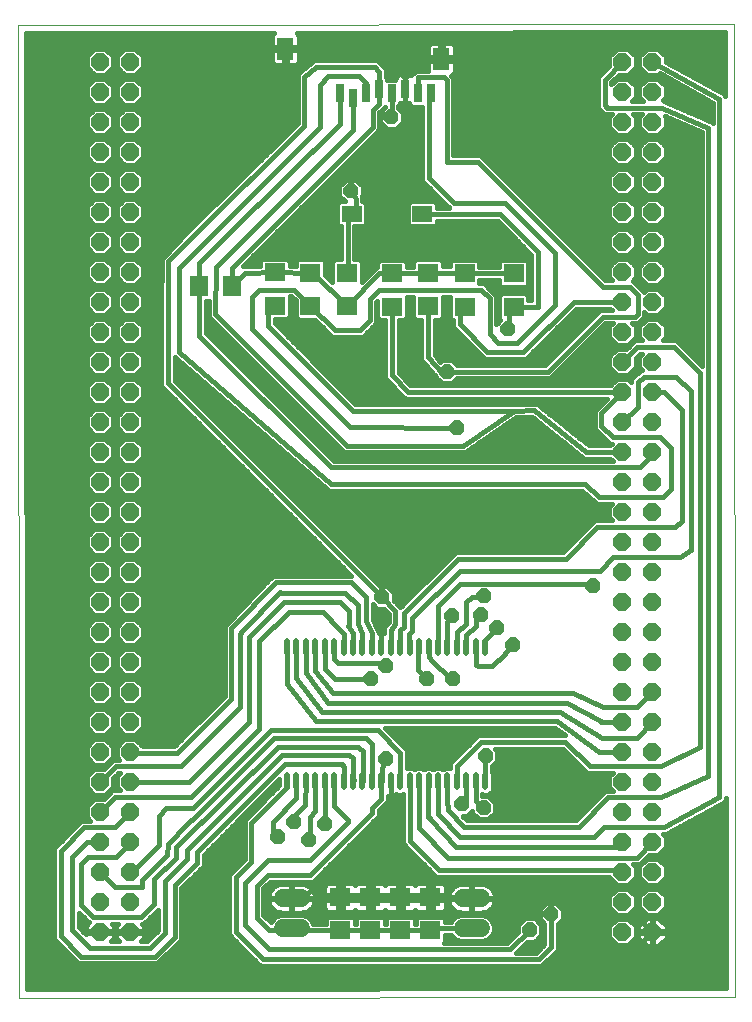
<source format=gtl>
G75*
%MOIN*%
%OFA0B0*%
%FSLAX25Y25*%
%IPPOS*%
%LPD*%
%AMOC8*
5,1,8,0,0,1.08239X$1,22.5*
%
%ADD10C,0.00000*%
%ADD11R,0.07087X0.06299*%
%ADD12C,0.02165*%
%ADD13R,0.06299X0.07098*%
%ADD14R,0.07098X0.06299*%
%ADD15C,0.06000*%
%ADD16OC8,0.06000*%
%ADD17R,0.05512X0.07480*%
%ADD18R,0.07087X0.05512*%
%ADD19R,0.02756X0.05906*%
%ADD20C,0.01600*%
%ADD21OC8,0.05000*%
D10*
X0002707Y0075410D02*
X0002407Y0399711D01*
X0241028Y0400011D01*
X0241328Y0075710D01*
X0002707Y0075410D01*
D11*
X0109907Y0097798D03*
X0109907Y0108822D03*
X0119907Y0108822D03*
X0129907Y0108822D03*
X0129907Y0097798D03*
X0119907Y0097798D03*
X0139907Y0097798D03*
X0139907Y0108822D03*
D12*
X0139280Y0145481D02*
X0139280Y0145481D01*
X0139280Y0149615D01*
X0139280Y0149615D01*
X0139280Y0145481D01*
X0139280Y0147645D02*
X0139280Y0147645D01*
X0136131Y0145481D02*
X0136131Y0145481D01*
X0136131Y0149615D01*
X0136131Y0149615D01*
X0136131Y0145481D01*
X0136131Y0147645D02*
X0136131Y0147645D01*
X0132981Y0145481D02*
X0132981Y0145481D01*
X0132981Y0149615D01*
X0132981Y0149615D01*
X0132981Y0145481D01*
X0132981Y0147645D02*
X0132981Y0147645D01*
X0129831Y0145481D02*
X0129831Y0145481D01*
X0129831Y0149615D01*
X0129831Y0149615D01*
X0129831Y0145481D01*
X0129831Y0147645D02*
X0129831Y0147645D01*
X0126682Y0145481D02*
X0126682Y0145481D01*
X0126682Y0149615D01*
X0126682Y0149615D01*
X0126682Y0145481D01*
X0126682Y0147645D02*
X0126682Y0147645D01*
X0123532Y0145481D02*
X0123532Y0145481D01*
X0123532Y0149615D01*
X0123532Y0149615D01*
X0123532Y0145481D01*
X0123532Y0147645D02*
X0123532Y0147645D01*
X0120383Y0145481D02*
X0120383Y0145481D01*
X0120383Y0149615D01*
X0120383Y0149615D01*
X0120383Y0145481D01*
X0120383Y0147645D02*
X0120383Y0147645D01*
X0117233Y0145481D02*
X0117233Y0145481D01*
X0117233Y0149615D01*
X0117233Y0149615D01*
X0117233Y0145481D01*
X0117233Y0147645D02*
X0117233Y0147645D01*
X0114083Y0145481D02*
X0114083Y0145481D01*
X0114083Y0149615D01*
X0114083Y0149615D01*
X0114083Y0145481D01*
X0114083Y0147645D02*
X0114083Y0147645D01*
X0110934Y0145481D02*
X0110934Y0145481D01*
X0110934Y0149615D01*
X0110934Y0149615D01*
X0110934Y0145481D01*
X0110934Y0147645D02*
X0110934Y0147645D01*
X0107784Y0145481D02*
X0107784Y0145481D01*
X0107784Y0149615D01*
X0107784Y0149615D01*
X0107784Y0145481D01*
X0107784Y0147645D02*
X0107784Y0147645D01*
X0104635Y0145481D02*
X0104635Y0145481D01*
X0104635Y0149615D01*
X0104635Y0149615D01*
X0104635Y0145481D01*
X0104635Y0147645D02*
X0104635Y0147645D01*
X0101485Y0145481D02*
X0101485Y0145481D01*
X0101485Y0149615D01*
X0101485Y0149615D01*
X0101485Y0145481D01*
X0101485Y0147645D02*
X0101485Y0147645D01*
X0098335Y0145481D02*
X0098335Y0145481D01*
X0098335Y0149615D01*
X0098335Y0149615D01*
X0098335Y0145481D01*
X0098335Y0147645D02*
X0098335Y0147645D01*
X0095186Y0145481D02*
X0095186Y0145481D01*
X0095186Y0149615D01*
X0095186Y0149615D01*
X0095186Y0145481D01*
X0095186Y0147645D02*
X0095186Y0147645D01*
X0092036Y0145481D02*
X0092036Y0145481D01*
X0092036Y0149615D01*
X0092036Y0149615D01*
X0092036Y0145481D01*
X0092036Y0147645D02*
X0092036Y0147645D01*
X0092036Y0194339D02*
X0092036Y0194339D01*
X0092036Y0190205D01*
X0092036Y0190205D01*
X0092036Y0194339D01*
X0092036Y0192369D02*
X0092036Y0192369D01*
X0095186Y0194339D02*
X0095186Y0194339D01*
X0095186Y0190205D01*
X0095186Y0190205D01*
X0095186Y0194339D01*
X0095186Y0192369D02*
X0095186Y0192369D01*
X0098335Y0194339D02*
X0098335Y0194339D01*
X0098335Y0190205D01*
X0098335Y0190205D01*
X0098335Y0194339D01*
X0098335Y0192369D02*
X0098335Y0192369D01*
X0101485Y0194339D02*
X0101485Y0194339D01*
X0101485Y0190205D01*
X0101485Y0190205D01*
X0101485Y0194339D01*
X0101485Y0192369D02*
X0101485Y0192369D01*
X0104635Y0194339D02*
X0104635Y0194339D01*
X0104635Y0190205D01*
X0104635Y0190205D01*
X0104635Y0194339D01*
X0104635Y0192369D02*
X0104635Y0192369D01*
X0107784Y0194339D02*
X0107784Y0194339D01*
X0107784Y0190205D01*
X0107784Y0190205D01*
X0107784Y0194339D01*
X0107784Y0192369D02*
X0107784Y0192369D01*
X0110934Y0194339D02*
X0110934Y0194339D01*
X0110934Y0190205D01*
X0110934Y0190205D01*
X0110934Y0194339D01*
X0110934Y0192369D02*
X0110934Y0192369D01*
X0114083Y0194339D02*
X0114083Y0194339D01*
X0114083Y0190205D01*
X0114083Y0190205D01*
X0114083Y0194339D01*
X0114083Y0192369D02*
X0114083Y0192369D01*
X0117233Y0194339D02*
X0117233Y0194339D01*
X0117233Y0190205D01*
X0117233Y0190205D01*
X0117233Y0194339D01*
X0117233Y0192369D02*
X0117233Y0192369D01*
X0120383Y0194339D02*
X0120383Y0194339D01*
X0120383Y0190205D01*
X0120383Y0190205D01*
X0120383Y0194339D01*
X0120383Y0192369D02*
X0120383Y0192369D01*
X0123532Y0194339D02*
X0123532Y0194339D01*
X0123532Y0190205D01*
X0123532Y0190205D01*
X0123532Y0194339D01*
X0123532Y0192369D02*
X0123532Y0192369D01*
X0126682Y0194339D02*
X0126682Y0194339D01*
X0126682Y0190205D01*
X0126682Y0190205D01*
X0126682Y0194339D01*
X0126682Y0192369D02*
X0126682Y0192369D01*
X0129831Y0194339D02*
X0129831Y0194339D01*
X0129831Y0190205D01*
X0129831Y0190205D01*
X0129831Y0194339D01*
X0129831Y0192369D02*
X0129831Y0192369D01*
X0132981Y0194339D02*
X0132981Y0194339D01*
X0132981Y0190205D01*
X0132981Y0190205D01*
X0132981Y0194339D01*
X0132981Y0192369D02*
X0132981Y0192369D01*
X0136131Y0194339D02*
X0136131Y0194339D01*
X0136131Y0190205D01*
X0136131Y0190205D01*
X0136131Y0194339D01*
X0136131Y0192369D02*
X0136131Y0192369D01*
X0139280Y0194339D02*
X0139280Y0194339D01*
X0139280Y0190205D01*
X0139280Y0190205D01*
X0139280Y0194339D01*
X0139280Y0192369D02*
X0139280Y0192369D01*
X0142430Y0194339D02*
X0142430Y0194339D01*
X0142430Y0190205D01*
X0142430Y0190205D01*
X0142430Y0194339D01*
X0142430Y0192369D02*
X0142430Y0192369D01*
X0145580Y0194339D02*
X0145580Y0194339D01*
X0145580Y0190205D01*
X0145580Y0190205D01*
X0145580Y0194339D01*
X0145580Y0192369D02*
X0145580Y0192369D01*
X0148729Y0194339D02*
X0148729Y0194339D01*
X0148729Y0190205D01*
X0148729Y0190205D01*
X0148729Y0194339D01*
X0148729Y0192369D02*
X0148729Y0192369D01*
X0151879Y0194339D02*
X0151879Y0194339D01*
X0151879Y0190205D01*
X0151879Y0190205D01*
X0151879Y0194339D01*
X0151879Y0192369D02*
X0151879Y0192369D01*
X0155028Y0194339D02*
X0155028Y0194339D01*
X0155028Y0190205D01*
X0155028Y0190205D01*
X0155028Y0194339D01*
X0155028Y0192369D02*
X0155028Y0192369D01*
X0158178Y0194339D02*
X0158178Y0194339D01*
X0158178Y0190205D01*
X0158178Y0190205D01*
X0158178Y0194339D01*
X0158178Y0192369D02*
X0158178Y0192369D01*
X0158178Y0145481D02*
X0158178Y0145481D01*
X0158178Y0149615D01*
X0158178Y0149615D01*
X0158178Y0145481D01*
X0158178Y0147645D02*
X0158178Y0147645D01*
X0155028Y0145481D02*
X0155028Y0145481D01*
X0155028Y0149615D01*
X0155028Y0149615D01*
X0155028Y0145481D01*
X0155028Y0147645D02*
X0155028Y0147645D01*
X0151879Y0145481D02*
X0151879Y0145481D01*
X0151879Y0149615D01*
X0151879Y0149615D01*
X0151879Y0145481D01*
X0151879Y0147645D02*
X0151879Y0147645D01*
X0148729Y0145481D02*
X0148729Y0145481D01*
X0148729Y0149615D01*
X0148729Y0149615D01*
X0148729Y0145481D01*
X0148729Y0147645D02*
X0148729Y0147645D01*
X0145580Y0145481D02*
X0145580Y0145481D01*
X0145580Y0149615D01*
X0145580Y0149615D01*
X0145580Y0145481D01*
X0145580Y0147645D02*
X0145580Y0147645D01*
X0142430Y0145481D02*
X0142430Y0145481D01*
X0142430Y0149615D01*
X0142430Y0149615D01*
X0142430Y0145481D01*
X0142430Y0147645D02*
X0142430Y0147645D01*
D13*
X0073806Y0312710D03*
X0062609Y0312710D03*
D14*
X0088007Y0317209D03*
X0088007Y0306012D03*
X0099907Y0305912D03*
X0099907Y0317109D03*
X0112007Y0317009D03*
X0112007Y0305812D03*
X0127107Y0305712D03*
X0127107Y0316909D03*
X0139107Y0317009D03*
X0139107Y0305812D03*
X0151307Y0305712D03*
X0151307Y0316909D03*
X0167607Y0316809D03*
X0167607Y0305612D03*
D15*
X0156650Y0108532D02*
X0150650Y0108532D01*
X0150650Y0098532D02*
X0156650Y0098532D01*
X0096690Y0098532D02*
X0090690Y0098532D01*
X0090690Y0108532D02*
X0096690Y0108532D01*
D16*
X0039753Y0107312D03*
X0039753Y0097312D03*
X0029753Y0097312D03*
X0029753Y0107312D03*
X0029753Y0117312D03*
X0029753Y0127312D03*
X0029753Y0137312D03*
X0029753Y0147312D03*
X0029753Y0157312D03*
X0029753Y0167312D03*
X0029753Y0177312D03*
X0029753Y0187312D03*
X0029753Y0197312D03*
X0029753Y0207312D03*
X0029753Y0217312D03*
X0029753Y0227312D03*
X0029753Y0237312D03*
X0029753Y0247312D03*
X0029753Y0257312D03*
X0029753Y0267312D03*
X0029753Y0277312D03*
X0029753Y0287312D03*
X0029753Y0297312D03*
X0029753Y0307312D03*
X0029753Y0317312D03*
X0029753Y0327312D03*
X0029753Y0337312D03*
X0029753Y0347312D03*
X0029753Y0357312D03*
X0029753Y0367312D03*
X0029753Y0377312D03*
X0029753Y0387312D03*
X0039753Y0387312D03*
X0039753Y0377312D03*
X0039753Y0367312D03*
X0039753Y0357312D03*
X0039753Y0347312D03*
X0039753Y0337312D03*
X0039753Y0327312D03*
X0039753Y0317312D03*
X0039753Y0307312D03*
X0039753Y0297312D03*
X0039753Y0287312D03*
X0039753Y0277312D03*
X0039753Y0267312D03*
X0039753Y0257312D03*
X0039753Y0247312D03*
X0039753Y0237312D03*
X0039753Y0227312D03*
X0039753Y0217312D03*
X0039753Y0207312D03*
X0039753Y0197312D03*
X0039753Y0187312D03*
X0039753Y0177312D03*
X0039753Y0167312D03*
X0039753Y0157312D03*
X0039753Y0147312D03*
X0039753Y0137312D03*
X0039753Y0127312D03*
X0039753Y0117312D03*
X0203926Y0117312D03*
X0203926Y0127312D03*
X0203926Y0137312D03*
X0203926Y0147312D03*
X0203926Y0157312D03*
X0203926Y0167312D03*
X0203926Y0177312D03*
X0203926Y0187312D03*
X0203926Y0197312D03*
X0203926Y0207312D03*
X0203926Y0217312D03*
X0203926Y0227312D03*
X0203926Y0237312D03*
X0203926Y0247312D03*
X0203926Y0257312D03*
X0203926Y0267312D03*
X0203926Y0277312D03*
X0203926Y0287312D03*
X0203926Y0297312D03*
X0203926Y0307312D03*
X0203926Y0317312D03*
X0203926Y0327312D03*
X0203926Y0337312D03*
X0203926Y0347312D03*
X0203926Y0357312D03*
X0203926Y0367312D03*
X0203926Y0377312D03*
X0203926Y0387312D03*
X0213926Y0387312D03*
X0213926Y0377312D03*
X0213926Y0367312D03*
X0213926Y0357312D03*
X0213926Y0347312D03*
X0213926Y0337312D03*
X0213926Y0327312D03*
X0213926Y0317312D03*
X0213926Y0307312D03*
X0213926Y0297312D03*
X0213926Y0287312D03*
X0213926Y0277312D03*
X0213926Y0267312D03*
X0213926Y0257312D03*
X0213926Y0247312D03*
X0213926Y0237312D03*
X0213926Y0227312D03*
X0213926Y0217312D03*
X0213926Y0207312D03*
X0213926Y0197312D03*
X0213926Y0187312D03*
X0213926Y0177312D03*
X0213926Y0167312D03*
X0213926Y0157312D03*
X0213926Y0147312D03*
X0213926Y0137312D03*
X0213926Y0127312D03*
X0213926Y0117312D03*
X0213926Y0107312D03*
X0213926Y0097312D03*
X0203926Y0097312D03*
X0203926Y0107312D03*
D17*
X0143532Y0388217D03*
X0091564Y0391761D03*
D18*
X0113611Y0336643D03*
X0137233Y0336643D03*
D19*
X0114005Y0375225D03*
X0109674Y0376800D03*
X0118335Y0376800D03*
X0122666Y0378375D03*
X0126997Y0376800D03*
X0131328Y0378375D03*
X0135658Y0376800D03*
X0139989Y0376800D03*
D20*
X0139407Y0376218D01*
X0139407Y0348510D01*
X0147707Y0340210D01*
X0164607Y0340210D01*
X0181307Y0323510D01*
X0181307Y0306210D01*
X0168807Y0293710D01*
X0162507Y0293710D01*
X0159607Y0296610D01*
X0159607Y0308510D01*
X0156807Y0311310D01*
X0122707Y0311310D01*
X0119707Y0308310D01*
X0119707Y0301210D01*
X0116407Y0297910D01*
X0107995Y0297910D01*
X0099907Y0305912D01*
X0094495Y0311410D01*
X0082707Y0311410D01*
X0080407Y0309110D01*
X0080407Y0298310D01*
X0113207Y0265510D01*
X0113407Y0265510D01*
X0148707Y0265310D01*
X0150707Y0259410D02*
X0167807Y0271010D01*
X0174507Y0271210D01*
X0191906Y0257312D01*
X0203926Y0257312D01*
X0200605Y0254410D02*
X0107718Y0254410D01*
X0065107Y0297022D01*
X0065107Y0307761D01*
X0066035Y0307761D01*
X0066013Y0304229D01*
X0066008Y0304224D01*
X0066007Y0303319D01*
X0066001Y0302413D01*
X0066006Y0302408D01*
X0066006Y0302401D01*
X0066646Y0301760D01*
X0067282Y0301116D01*
X0067289Y0301116D01*
X0109807Y0258500D01*
X0109807Y0258499D01*
X0110457Y0257849D01*
X0111093Y0257211D01*
X0111095Y0257211D01*
X0111096Y0257210D01*
X0112010Y0257210D01*
X0112916Y0257209D01*
X0112917Y0257210D01*
X0150498Y0257210D01*
X0151188Y0257078D01*
X0151383Y0257210D01*
X0151618Y0257210D01*
X0152115Y0257707D01*
X0168483Y0268810D01*
X0168718Y0268810D01*
X0168745Y0268837D01*
X0173765Y0268987D01*
X0190437Y0255670D01*
X0190994Y0255112D01*
X0191135Y0255112D01*
X0191244Y0255024D01*
X0192028Y0255112D01*
X0199903Y0255112D01*
X0200605Y0254410D01*
X0199903Y0259512D02*
X0192676Y0259512D01*
X0175950Y0272873D01*
X0175352Y0273436D01*
X0175249Y0273433D01*
X0175168Y0273498D01*
X0174352Y0273407D01*
X0167983Y0273216D01*
X0167326Y0273342D01*
X0167131Y0273210D01*
X0114921Y0273210D01*
X0087957Y0300269D01*
X0087957Y0301462D01*
X0092136Y0301462D01*
X0092956Y0302282D01*
X0092956Y0309210D01*
X0093574Y0309210D01*
X0094958Y0307804D01*
X0094958Y0302182D01*
X0095778Y0301362D01*
X0101378Y0301362D01*
X0106443Y0296351D01*
X0107084Y0295710D01*
X0107091Y0295710D01*
X0107096Y0295705D01*
X0108001Y0295710D01*
X0117318Y0295710D01*
X0120618Y0299010D01*
X0121907Y0300299D01*
X0121907Y0307399D01*
X0122158Y0307650D01*
X0122158Y0301982D01*
X0122978Y0301162D01*
X0124907Y0301162D01*
X0124907Y0282841D01*
X0124882Y0281961D01*
X0124907Y0281935D01*
X0124907Y0281899D01*
X0125530Y0281276D01*
X0130106Y0276436D01*
X0130106Y0276401D01*
X0130728Y0275778D01*
X0131333Y0275138D01*
X0131369Y0275137D01*
X0131394Y0275112D01*
X0132275Y0275112D01*
X0133155Y0275087D01*
X0133181Y0275112D01*
X0198615Y0275112D01*
X0194607Y0271104D01*
X0194607Y0265099D01*
X0195896Y0263810D01*
X0199696Y0260010D01*
X0200402Y0260010D01*
X0199903Y0259512D01*
X0199238Y0260468D02*
X0191480Y0260468D01*
X0189479Y0262066D02*
X0197640Y0262066D01*
X0196041Y0263665D02*
X0187478Y0263665D01*
X0185477Y0265263D02*
X0194607Y0265263D01*
X0194607Y0266862D02*
X0183476Y0266862D01*
X0181475Y0268460D02*
X0194607Y0268460D01*
X0194607Y0270059D02*
X0179473Y0270059D01*
X0177472Y0271657D02*
X0195160Y0271657D01*
X0196807Y0270193D02*
X0203926Y0277312D01*
X0132306Y0277312D01*
X0127107Y0282810D01*
X0127107Y0305712D01*
X0122158Y0305226D02*
X0121907Y0305226D01*
X0121907Y0306824D02*
X0122158Y0306824D01*
X0122158Y0303627D02*
X0121907Y0303627D01*
X0121907Y0302029D02*
X0122158Y0302029D01*
X0121907Y0300430D02*
X0124907Y0300430D01*
X0124907Y0298832D02*
X0120440Y0298832D01*
X0118841Y0297233D02*
X0124907Y0297233D01*
X0124907Y0295635D02*
X0092575Y0295635D01*
X0090982Y0297233D02*
X0105551Y0297233D01*
X0103936Y0298832D02*
X0089389Y0298832D01*
X0087957Y0300430D02*
X0102320Y0300430D01*
X0097354Y0290839D02*
X0124907Y0290839D01*
X0124907Y0289241D02*
X0098947Y0289241D01*
X0100539Y0287642D02*
X0124907Y0287642D01*
X0124907Y0286044D02*
X0102132Y0286044D01*
X0103725Y0284445D02*
X0124907Y0284445D01*
X0124907Y0282847D02*
X0105318Y0282847D01*
X0106911Y0281248D02*
X0125556Y0281248D01*
X0127068Y0279650D02*
X0108504Y0279650D01*
X0110097Y0278051D02*
X0128579Y0278051D01*
X0130090Y0276453D02*
X0111690Y0276453D01*
X0113282Y0274854D02*
X0198357Y0274854D01*
X0196759Y0273256D02*
X0175544Y0273256D01*
X0174425Y0268460D02*
X0167967Y0268460D01*
X0167807Y0271010D02*
X0114007Y0271010D01*
X0085757Y0299360D01*
X0085757Y0303860D01*
X0086507Y0303910D01*
X0088007Y0306012D01*
X0092956Y0305226D02*
X0094958Y0305226D01*
X0094958Y0306824D02*
X0092956Y0306824D01*
X0092956Y0308423D02*
X0094349Y0308423D01*
X0094958Y0303627D02*
X0092956Y0303627D01*
X0092703Y0302029D02*
X0095111Y0302029D01*
X0094168Y0294036D02*
X0124907Y0294036D01*
X0124907Y0292438D02*
X0095761Y0292438D01*
X0087111Y0281248D02*
X0080880Y0281248D01*
X0079282Y0282847D02*
X0085516Y0282847D01*
X0083921Y0284445D02*
X0077683Y0284445D01*
X0076085Y0286044D02*
X0082327Y0286044D01*
X0080732Y0287642D02*
X0074486Y0287642D01*
X0072888Y0289241D02*
X0079137Y0289241D01*
X0077542Y0290839D02*
X0071289Y0290839D01*
X0069691Y0292438D02*
X0075947Y0292438D01*
X0074352Y0294036D02*
X0068092Y0294036D01*
X0066494Y0295635D02*
X0072757Y0295635D01*
X0071162Y0297233D02*
X0065107Y0297233D01*
X0065107Y0298832D02*
X0069568Y0298832D01*
X0067973Y0300430D02*
X0065107Y0300430D01*
X0065107Y0302029D02*
X0066378Y0302029D01*
X0066007Y0303627D02*
X0065107Y0303627D01*
X0065107Y0305226D02*
X0066019Y0305226D01*
X0066029Y0306824D02*
X0065107Y0306824D01*
X0068207Y0303310D02*
X0112007Y0259410D01*
X0150707Y0259410D01*
X0151679Y0257271D02*
X0188432Y0257271D01*
X0186431Y0258869D02*
X0153828Y0258869D01*
X0156185Y0260468D02*
X0184430Y0260468D01*
X0182429Y0262066D02*
X0158541Y0262066D01*
X0160897Y0263665D02*
X0180428Y0263665D01*
X0178427Y0265263D02*
X0163254Y0265263D01*
X0165610Y0266862D02*
X0176426Y0266862D01*
X0169297Y0273256D02*
X0167779Y0273256D01*
X0167198Y0273256D02*
X0114875Y0273256D01*
X0113907Y0271210D02*
X0114007Y0271010D01*
X0107844Y0260468D02*
X0101661Y0260468D01*
X0100062Y0262066D02*
X0106250Y0262066D01*
X0104655Y0263665D02*
X0098464Y0263665D01*
X0096865Y0265263D02*
X0103060Y0265263D01*
X0101465Y0266862D02*
X0095267Y0266862D01*
X0093668Y0268460D02*
X0099870Y0268460D01*
X0098275Y0270059D02*
X0092070Y0270059D01*
X0090471Y0271657D02*
X0096680Y0271657D01*
X0095085Y0273256D02*
X0088873Y0273256D01*
X0087274Y0274854D02*
X0093491Y0274854D01*
X0091896Y0276453D02*
X0085676Y0276453D01*
X0084077Y0278051D02*
X0090301Y0278051D01*
X0088706Y0279650D02*
X0082479Y0279650D01*
X0074559Y0271657D02*
X0064071Y0271657D01*
X0062473Y0273256D02*
X0072709Y0273256D01*
X0070859Y0274854D02*
X0060874Y0274854D01*
X0059276Y0276453D02*
X0069009Y0276453D01*
X0067160Y0278051D02*
X0057677Y0278051D01*
X0056079Y0279650D02*
X0065310Y0279650D01*
X0063460Y0281248D02*
X0054607Y0281248D01*
X0054607Y0281122D02*
X0054607Y0288899D01*
X0054608Y0288898D01*
X0055196Y0288310D01*
X0055288Y0288310D01*
X0105408Y0244998D01*
X0105996Y0244410D01*
X0106088Y0244410D01*
X0106158Y0244350D01*
X0106987Y0244410D01*
X0190479Y0244410D01*
X0194702Y0240704D01*
X0195296Y0240110D01*
X0195379Y0240110D01*
X0195441Y0240056D01*
X0196279Y0240110D01*
X0200502Y0240110D01*
X0199526Y0239134D01*
X0199526Y0235489D01*
X0200424Y0234591D01*
X0196410Y0234607D01*
X0196398Y0234619D01*
X0195501Y0234610D01*
X0194604Y0234614D01*
X0194592Y0234602D01*
X0194575Y0234602D01*
X0193947Y0233962D01*
X0193311Y0233330D01*
X0193311Y0233313D01*
X0184084Y0223910D01*
X0149213Y0223910D01*
X0148308Y0223915D01*
X0148303Y0223910D01*
X0148296Y0223910D01*
X0147655Y0223270D01*
X0130103Y0205910D01*
X0130096Y0205910D01*
X0129857Y0205671D01*
X0129780Y0205749D01*
X0127707Y0207916D01*
X0127707Y0210426D01*
X0125423Y0212710D01*
X0123018Y0212710D01*
X0054607Y0281122D01*
X0054607Y0282847D02*
X0061610Y0282847D01*
X0059761Y0284445D02*
X0054607Y0284445D01*
X0054607Y0286044D02*
X0057911Y0286044D01*
X0056061Y0287642D02*
X0054607Y0287642D01*
X0056107Y0290510D02*
X0106907Y0246610D01*
X0191307Y0246610D01*
X0196207Y0242310D01*
X0217407Y0242310D01*
X0220107Y0244810D01*
X0220107Y0258510D01*
X0216407Y0262210D01*
X0200607Y0262210D01*
X0196807Y0266010D01*
X0196807Y0270193D01*
X0199903Y0279512D02*
X0133253Y0279512D01*
X0129307Y0283686D01*
X0129307Y0301162D01*
X0131236Y0301162D01*
X0132056Y0301982D01*
X0132056Y0309110D01*
X0134158Y0309110D01*
X0134158Y0302082D01*
X0134978Y0301262D01*
X0136907Y0301262D01*
X0136907Y0289010D01*
X0136834Y0288202D01*
X0136907Y0288114D01*
X0136907Y0287999D01*
X0137481Y0287425D01*
X0141507Y0282594D01*
X0141507Y0282495D01*
X0141686Y0282316D01*
X0141808Y0281950D01*
X0142212Y0281748D01*
X0142500Y0281402D01*
X0142610Y0281392D01*
X0143792Y0280210D01*
X0147023Y0280210D01*
X0148722Y0281910D01*
X0179918Y0281910D01*
X0181207Y0283199D01*
X0198218Y0300210D01*
X0200602Y0300210D01*
X0199526Y0299134D01*
X0199526Y0295489D01*
X0202103Y0292912D01*
X0205749Y0292912D01*
X0208326Y0295489D01*
X0208326Y0299134D01*
X0207250Y0300210D01*
X0209118Y0300210D01*
X0210407Y0301499D01*
X0211207Y0302299D01*
X0211207Y0303808D01*
X0212103Y0302912D01*
X0215749Y0302912D01*
X0218326Y0305489D01*
X0218326Y0309134D01*
X0215749Y0311712D01*
X0212103Y0311712D01*
X0211060Y0310668D01*
X0209918Y0311810D01*
X0208507Y0313221D01*
X0208507Y0313222D01*
X0207283Y0314446D01*
X0208326Y0315489D01*
X0208326Y0319134D01*
X0205749Y0321712D01*
X0202103Y0321712D01*
X0199526Y0319134D01*
X0199526Y0315489D01*
X0200505Y0314510D01*
X0198218Y0314510D01*
X0156518Y0356210D01*
X0147507Y0356210D01*
X0147507Y0382122D01*
X0146861Y0382767D01*
X0146983Y0382800D01*
X0147393Y0383037D01*
X0147729Y0383372D01*
X0147966Y0383782D01*
X0148088Y0384240D01*
X0148088Y0387639D01*
X0144110Y0387639D01*
X0144110Y0388795D01*
X0142954Y0388795D01*
X0142954Y0387639D01*
X0138976Y0387639D01*
X0138976Y0384410D01*
X0134996Y0384410D01*
X0133521Y0382935D01*
X0133400Y0383005D01*
X0132942Y0383128D01*
X0131328Y0383128D01*
X0131328Y0378375D01*
X0131327Y0378375D01*
X0131327Y0383128D01*
X0129713Y0383128D01*
X0129255Y0383005D01*
X0128844Y0382768D01*
X0128509Y0382433D01*
X0128272Y0382022D01*
X0128150Y0381565D01*
X0128150Y0381153D01*
X0125444Y0381153D01*
X0125444Y0381907D01*
X0125007Y0382344D01*
X0125007Y0385022D01*
X0123718Y0386310D01*
X0122218Y0387810D01*
X0101899Y0387810D01*
X0101082Y0387878D01*
X0101001Y0387810D01*
X0100896Y0387810D01*
X0100316Y0387231D01*
X0097101Y0384510D01*
X0096996Y0384510D01*
X0096416Y0383931D01*
X0095790Y0383401D01*
X0095782Y0383296D01*
X0095707Y0383222D01*
X0095707Y0382402D01*
X0095639Y0381585D01*
X0095707Y0381504D01*
X0095707Y0366934D01*
X0059686Y0331589D01*
X0059643Y0331588D01*
X0059040Y0330955D01*
X0058416Y0330342D01*
X0058415Y0330299D01*
X0050945Y0322459D01*
X0050319Y0321833D01*
X0050319Y0321802D01*
X0050298Y0321780D01*
X0050319Y0320895D01*
X0050319Y0314866D01*
X0050243Y0312957D01*
X0050207Y0312922D01*
X0050207Y0312054D01*
X0050173Y0311187D01*
X0050207Y0311150D01*
X0050207Y0279299D01*
X0113496Y0216010D01*
X0113410Y0216010D01*
X0089301Y0216107D01*
X0089282Y0216125D01*
X0088393Y0216110D01*
X0087505Y0216114D01*
X0087486Y0216095D01*
X0087460Y0216095D01*
X0086841Y0215456D01*
X0086211Y0214830D01*
X0086211Y0214804D01*
X0071939Y0200053D01*
X0071307Y0199422D01*
X0071307Y0199400D01*
X0071292Y0199385D01*
X0071307Y0198492D01*
X0071307Y0176022D01*
X0054496Y0159210D01*
X0044077Y0159210D01*
X0041575Y0161712D01*
X0037930Y0161712D01*
X0035353Y0159134D01*
X0035353Y0155489D01*
X0036132Y0154710D01*
X0035061Y0154710D01*
X0034161Y0154719D01*
X0034152Y0154710D01*
X0034140Y0154710D01*
X0033503Y0154073D01*
X0031096Y0151712D01*
X0027930Y0151712D01*
X0025353Y0149134D01*
X0025353Y0145489D01*
X0027930Y0142912D01*
X0031575Y0142912D01*
X0034153Y0145489D01*
X0034153Y0148547D01*
X0035950Y0150310D01*
X0036529Y0150310D01*
X0035353Y0149134D01*
X0035353Y0145489D01*
X0036332Y0144510D01*
X0033840Y0144510D01*
X0031041Y0141712D01*
X0027930Y0141712D01*
X0025353Y0139134D01*
X0025353Y0135489D01*
X0026432Y0134410D01*
X0023596Y0134410D01*
X0015696Y0126510D01*
X0014407Y0125222D01*
X0014407Y0094999D01*
X0020907Y0088499D01*
X0020907Y0088399D01*
X0021207Y0088099D01*
X0022496Y0086810D01*
X0048918Y0086810D01*
X0055518Y0093410D01*
X0056807Y0094699D01*
X0056807Y0111899D01*
X0063018Y0118110D01*
X0064307Y0119399D01*
X0064307Y0123099D01*
X0089554Y0148345D01*
X0089554Y0146168D01*
X0079296Y0135910D01*
X0078007Y0134622D01*
X0078007Y0121622D01*
X0072807Y0116422D01*
X0072807Y0096399D01*
X0081907Y0087299D01*
X0081907Y0087299D01*
X0083196Y0086010D01*
X0176918Y0086010D01*
X0181018Y0090110D01*
X0182307Y0091399D01*
X0182307Y0099795D01*
X0184107Y0101595D01*
X0184107Y0104826D01*
X0181823Y0107110D01*
X0178592Y0107110D01*
X0176307Y0104826D01*
X0176307Y0101595D01*
X0177907Y0099995D01*
X0177907Y0093222D01*
X0175096Y0090410D01*
X0168518Y0090410D01*
X0172218Y0094110D01*
X0174623Y0094110D01*
X0176907Y0096395D01*
X0176907Y0099626D01*
X0174623Y0101910D01*
X0171392Y0101910D01*
X0169107Y0099626D01*
X0169107Y0097221D01*
X0165596Y0093710D01*
X0144492Y0093710D01*
X0144850Y0094069D01*
X0144850Y0096332D01*
X0146799Y0096332D01*
X0146920Y0096040D01*
X0148158Y0094802D01*
X0149775Y0094132D01*
X0157526Y0094132D01*
X0159143Y0094802D01*
X0160381Y0096040D01*
X0161050Y0097657D01*
X0161050Y0099407D01*
X0160381Y0101025D01*
X0159143Y0102262D01*
X0157526Y0102932D01*
X0149775Y0102932D01*
X0148158Y0102262D01*
X0146920Y0101025D01*
X0146799Y0100732D01*
X0144850Y0100732D01*
X0144850Y0101528D01*
X0144030Y0102348D01*
X0135784Y0102348D01*
X0134964Y0101528D01*
X0134964Y0099998D01*
X0134850Y0099998D01*
X0134850Y0101528D01*
X0134030Y0102348D01*
X0125784Y0102348D01*
X0124964Y0101528D01*
X0124964Y0099998D01*
X0124850Y0099998D01*
X0124850Y0101528D01*
X0124030Y0102348D01*
X0115784Y0102348D01*
X0114964Y0101528D01*
X0114964Y0099998D01*
X0114850Y0099998D01*
X0114850Y0101528D01*
X0114030Y0102348D01*
X0105784Y0102348D01*
X0104964Y0101528D01*
X0104964Y0099998D01*
X0100845Y0099998D01*
X0100420Y0101025D01*
X0099182Y0102262D01*
X0097565Y0102932D01*
X0089815Y0102932D01*
X0088197Y0102262D01*
X0086960Y0101025D01*
X0086738Y0100490D01*
X0084207Y0103022D01*
X0084207Y0111799D01*
X0086518Y0114110D01*
X0100818Y0114110D01*
X0102107Y0115399D01*
X0122707Y0135999D01*
X0122707Y0137799D01*
X0125732Y0140824D01*
X0125732Y0142754D01*
X0125841Y0142709D01*
X0126398Y0142598D01*
X0126682Y0142598D01*
X0126966Y0142598D01*
X0127523Y0142709D01*
X0128047Y0142927D01*
X0128519Y0143242D01*
X0128587Y0143309D01*
X0129338Y0142998D01*
X0130325Y0142998D01*
X0130781Y0143187D01*
X0130781Y0126725D01*
X0140507Y0116999D01*
X0141796Y0115710D01*
X0199526Y0115710D01*
X0199526Y0115489D01*
X0202103Y0112912D01*
X0205749Y0112912D01*
X0208326Y0115489D01*
X0208326Y0119134D01*
X0207550Y0119910D01*
X0209636Y0119910D01*
X0212637Y0122912D01*
X0215749Y0122912D01*
X0218326Y0125489D01*
X0218326Y0129134D01*
X0217450Y0130010D01*
X0217489Y0130010D01*
X0218057Y0129842D01*
X0218366Y0130010D01*
X0218718Y0130010D01*
X0219137Y0130429D01*
X0236766Y0140010D01*
X0237118Y0140010D01*
X0237537Y0140429D01*
X0238058Y0140712D01*
X0238158Y0141050D01*
X0238407Y0141299D01*
X0238407Y0141892D01*
X0238467Y0142094D01*
X0238526Y0078507D01*
X0005504Y0078214D01*
X0005210Y0396915D01*
X0087837Y0397018D01*
X0087703Y0396941D01*
X0087368Y0396606D01*
X0087131Y0396196D01*
X0087008Y0395738D01*
X0087008Y0392339D01*
X0090986Y0392339D01*
X0090986Y0391183D01*
X0087008Y0391183D01*
X0087008Y0387783D01*
X0087131Y0387326D01*
X0087368Y0386915D01*
X0087703Y0386580D01*
X0088113Y0386343D01*
X0088571Y0386220D01*
X0090986Y0386220D01*
X0090986Y0391183D01*
X0092142Y0391183D01*
X0092142Y0392339D01*
X0096120Y0392339D01*
X0096120Y0395738D01*
X0095997Y0396196D01*
X0095760Y0396606D01*
X0095425Y0396941D01*
X0095275Y0397028D01*
X0238231Y0397208D01*
X0238250Y0376099D01*
X0238163Y0376186D01*
X0238067Y0376518D01*
X0237542Y0376807D01*
X0237118Y0377231D01*
X0236773Y0377231D01*
X0218326Y0387399D01*
X0218326Y0389134D01*
X0215749Y0391712D01*
X0212103Y0391712D01*
X0209526Y0389134D01*
X0209526Y0385489D01*
X0212103Y0382912D01*
X0215749Y0382912D01*
X0216318Y0383481D01*
X0234007Y0373731D01*
X0234007Y0367051D01*
X0233774Y0367155D01*
X0233418Y0367510D01*
X0232974Y0367510D01*
X0218474Y0373955D01*
X0218118Y0374310D01*
X0217674Y0374310D01*
X0217309Y0374472D01*
X0218326Y0375489D01*
X0218326Y0379134D01*
X0215749Y0381712D01*
X0212103Y0381712D01*
X0209526Y0379134D01*
X0209526Y0375489D01*
X0210705Y0374310D01*
X0207147Y0374310D01*
X0208326Y0375489D01*
X0208326Y0379134D01*
X0205749Y0381712D01*
X0202103Y0381712D01*
X0200207Y0379815D01*
X0200207Y0380482D01*
X0202637Y0382912D01*
X0205749Y0382912D01*
X0208326Y0385489D01*
X0208326Y0389134D01*
X0205749Y0391712D01*
X0202103Y0391712D01*
X0199526Y0389134D01*
X0199526Y0386023D01*
X0195807Y0382304D01*
X0195807Y0371899D01*
X0197096Y0370610D01*
X0197796Y0369910D01*
X0200302Y0369910D01*
X0199526Y0369134D01*
X0199526Y0365489D01*
X0202103Y0362912D01*
X0205749Y0362912D01*
X0208326Y0365489D01*
X0208326Y0369134D01*
X0207550Y0369910D01*
X0210302Y0369910D01*
X0209526Y0369134D01*
X0209526Y0365489D01*
X0212103Y0362912D01*
X0215749Y0362912D01*
X0218326Y0365489D01*
X0218326Y0369134D01*
X0218198Y0369262D01*
X0230307Y0363881D01*
X0230307Y0286121D01*
X0221918Y0294510D01*
X0217347Y0294510D01*
X0218326Y0295489D01*
X0218326Y0299134D01*
X0215749Y0301712D01*
X0212103Y0301712D01*
X0209526Y0299134D01*
X0209526Y0295489D01*
X0210505Y0294510D01*
X0208929Y0294510D01*
X0208017Y0294511D01*
X0208017Y0294510D01*
X0208016Y0294510D01*
X0207355Y0293849D01*
X0205217Y0291712D01*
X0202103Y0291712D01*
X0199526Y0289134D01*
X0199526Y0285489D01*
X0202103Y0282912D01*
X0205749Y0282912D01*
X0208326Y0285489D01*
X0208326Y0288599D01*
X0209838Y0290110D01*
X0210502Y0290110D01*
X0209526Y0289134D01*
X0209526Y0285489D01*
X0210368Y0284647D01*
X0210213Y0284655D01*
X0210163Y0284610D01*
X0210096Y0284610D01*
X0209492Y0284007D01*
X0208163Y0282810D01*
X0208096Y0282810D01*
X0207492Y0282207D01*
X0206858Y0281636D01*
X0206855Y0281569D01*
X0206807Y0281522D01*
X0206807Y0280668D01*
X0206806Y0280654D01*
X0205749Y0281712D01*
X0202103Y0281712D01*
X0199903Y0279512D01*
X0200041Y0279650D02*
X0133123Y0279650D01*
X0131611Y0281248D02*
X0142754Y0281248D01*
X0141296Y0282847D02*
X0130100Y0282847D01*
X0129307Y0284445D02*
X0139964Y0284445D01*
X0138632Y0286044D02*
X0129307Y0286044D01*
X0129307Y0287642D02*
X0137264Y0287642D01*
X0136907Y0289241D02*
X0129307Y0289241D01*
X0129307Y0290839D02*
X0136907Y0290839D01*
X0136907Y0292438D02*
X0129307Y0292438D01*
X0129307Y0294036D02*
X0136907Y0294036D01*
X0136907Y0295635D02*
X0129307Y0295635D01*
X0129307Y0297233D02*
X0136907Y0297233D01*
X0136907Y0298832D02*
X0129307Y0298832D01*
X0129307Y0300430D02*
X0136907Y0300430D01*
X0134211Y0302029D02*
X0132056Y0302029D01*
X0132056Y0303627D02*
X0134158Y0303627D01*
X0134158Y0305226D02*
X0132056Y0305226D01*
X0132056Y0306824D02*
X0134158Y0306824D01*
X0134158Y0308423D02*
X0132056Y0308423D01*
X0137719Y0305898D02*
X0139107Y0305812D01*
X0139107Y0288910D01*
X0143607Y0283510D01*
X0145407Y0284110D01*
X0179007Y0284110D01*
X0197307Y0302410D01*
X0208207Y0302410D01*
X0209007Y0303210D01*
X0209007Y0309610D01*
X0206307Y0312310D01*
X0197307Y0312310D01*
X0155607Y0354010D01*
X0145307Y0354010D01*
X0145307Y0381210D01*
X0144307Y0382210D01*
X0135907Y0382210D01*
X0135607Y0381910D01*
X0135607Y0376851D01*
X0135658Y0376800D01*
X0132880Y0373622D02*
X0132880Y0373267D01*
X0133700Y0372447D01*
X0137207Y0372447D01*
X0137207Y0347599D01*
X0138496Y0346310D01*
X0146096Y0338710D01*
X0142176Y0338710D01*
X0142176Y0339978D01*
X0141356Y0340798D01*
X0133110Y0340798D01*
X0132290Y0339978D01*
X0132290Y0333307D01*
X0133110Y0332487D01*
X0141356Y0332487D01*
X0142176Y0333307D01*
X0142176Y0334310D01*
X0162296Y0334310D01*
X0173495Y0323111D01*
X0173495Y0307875D01*
X0172556Y0307865D01*
X0172556Y0309341D01*
X0171736Y0310161D01*
X0163478Y0310161D01*
X0162658Y0309341D01*
X0162658Y0301882D01*
X0163211Y0301329D01*
X0161807Y0299926D01*
X0161807Y0309422D01*
X0160518Y0310710D01*
X0157718Y0313510D01*
X0156256Y0313510D01*
X0156256Y0314669D01*
X0161185Y0314629D01*
X0161190Y0314624D01*
X0162096Y0314622D01*
X0162658Y0314618D01*
X0162658Y0313079D01*
X0163478Y0312259D01*
X0171736Y0312259D01*
X0172556Y0313079D01*
X0172556Y0320538D01*
X0171736Y0321358D01*
X0163478Y0321358D01*
X0162658Y0320538D01*
X0162658Y0319021D01*
X0162118Y0319022D01*
X0156256Y0319069D01*
X0156256Y0320638D01*
X0155436Y0321458D01*
X0147178Y0321458D01*
X0146358Y0320638D01*
X0146358Y0319149D01*
X0144056Y0319168D01*
X0144056Y0320738D01*
X0143236Y0321558D01*
X0134978Y0321558D01*
X0134158Y0320738D01*
X0134158Y0319048D01*
X0132056Y0319066D01*
X0132056Y0320638D01*
X0131236Y0321458D01*
X0122978Y0321458D01*
X0122158Y0320638D01*
X0122158Y0319019D01*
X0122011Y0319018D01*
X0121996Y0319003D01*
X0121974Y0319003D01*
X0121356Y0318358D01*
X0116956Y0313924D01*
X0116956Y0320738D01*
X0116136Y0321558D01*
X0114583Y0321558D01*
X0114583Y0332487D01*
X0117734Y0332487D01*
X0118554Y0333307D01*
X0118554Y0339978D01*
X0117734Y0340798D01*
X0117235Y0340798D01*
X0117216Y0341388D01*
X0117358Y0341987D01*
X0117187Y0342266D01*
X0117180Y0342468D01*
X0117307Y0342595D01*
X0117307Y0345826D01*
X0115023Y0348110D01*
X0111792Y0348110D01*
X0109507Y0345826D01*
X0109507Y0342595D01*
X0111303Y0340798D01*
X0109488Y0340798D01*
X0108668Y0339978D01*
X0108668Y0333307D01*
X0109488Y0332487D01*
X0110183Y0332487D01*
X0110183Y0321558D01*
X0107878Y0321558D01*
X0107058Y0320738D01*
X0107058Y0313923D01*
X0104856Y0316142D01*
X0104856Y0320838D01*
X0104036Y0321658D01*
X0095778Y0321658D01*
X0094958Y0320838D01*
X0094958Y0319358D01*
X0092956Y0319372D01*
X0092956Y0320938D01*
X0092136Y0321758D01*
X0083878Y0321758D01*
X0083058Y0320938D01*
X0083058Y0319365D01*
X0079021Y0319330D01*
X0079020Y0319331D01*
X0078117Y0319322D01*
X0077424Y0319316D01*
X0121618Y0363510D01*
X0122907Y0364799D01*
X0122907Y0370499D01*
X0123518Y0371110D01*
X0123518Y0371110D01*
X0124797Y0372389D01*
X0124797Y0372215D01*
X0123007Y0370426D01*
X0123007Y0367195D01*
X0125292Y0364910D01*
X0128523Y0364910D01*
X0130807Y0367195D01*
X0130807Y0370426D01*
X0129197Y0372036D01*
X0129197Y0372689D01*
X0129775Y0373267D01*
X0129775Y0373622D01*
X0131327Y0373622D01*
X0131327Y0378375D01*
X0131328Y0378375D01*
X0131307Y0378395D01*
X0131307Y0382010D01*
X0121557Y0391761D01*
X0091564Y0391761D01*
X0091564Y0365567D01*
X0048407Y0322410D01*
X0048407Y0196710D01*
X0044007Y0192310D01*
X0026007Y0192310D01*
X0022907Y0189210D01*
X0022907Y0137710D01*
X0013307Y0128110D01*
X0013307Y0094610D01*
X0023607Y0084310D01*
X0200924Y0084310D01*
X0213926Y0097312D01*
X0208728Y0102410D01*
X0200107Y0102410D01*
X0194085Y0108532D01*
X0153650Y0108532D01*
X0153361Y0108822D01*
X0139907Y0108822D01*
X0129907Y0108822D01*
X0119907Y0108822D01*
X0109907Y0108822D01*
X0109617Y0108532D01*
X0093690Y0108532D01*
X0097329Y0108532D01*
X0126607Y0137810D01*
X0126607Y0147473D01*
X0126682Y0147548D01*
X0126682Y0142598D01*
X0126682Y0147548D01*
X0126682Y0147548D01*
X0126682Y0146973D02*
X0126682Y0146973D01*
X0126682Y0145375D02*
X0126682Y0145375D01*
X0126682Y0143776D02*
X0126682Y0143776D01*
X0125732Y0142178D02*
X0130781Y0142178D01*
X0130781Y0140579D02*
X0125487Y0140579D01*
X0123889Y0138981D02*
X0130781Y0138981D01*
X0130781Y0137382D02*
X0122707Y0137382D01*
X0122492Y0135784D02*
X0130781Y0135784D01*
X0130781Y0134185D02*
X0120893Y0134185D01*
X0119295Y0132587D02*
X0130781Y0132587D01*
X0130781Y0130988D02*
X0117696Y0130988D01*
X0116098Y0129390D02*
X0130781Y0129390D01*
X0130781Y0127791D02*
X0114499Y0127791D01*
X0112901Y0126193D02*
X0131313Y0126193D01*
X0132981Y0127636D02*
X0142707Y0117910D01*
X0203328Y0117910D01*
X0203926Y0117312D01*
X0207662Y0119799D02*
X0210190Y0119799D01*
X0209526Y0119134D02*
X0209526Y0115489D01*
X0212103Y0112912D01*
X0215749Y0112912D01*
X0218326Y0115489D01*
X0218326Y0119134D01*
X0215749Y0121712D01*
X0212103Y0121712D01*
X0209526Y0119134D01*
X0209526Y0118200D02*
X0208326Y0118200D01*
X0208326Y0116602D02*
X0209526Y0116602D01*
X0210012Y0115003D02*
X0207840Y0115003D01*
X0206241Y0113405D02*
X0211611Y0113405D01*
X0212103Y0111712D02*
X0209526Y0109134D01*
X0209526Y0105489D01*
X0212103Y0102912D01*
X0215749Y0102912D01*
X0218326Y0105489D01*
X0218326Y0109134D01*
X0215749Y0111712D01*
X0212103Y0111712D01*
X0210599Y0110208D02*
X0207253Y0110208D01*
X0208326Y0109134D02*
X0205749Y0111712D01*
X0202103Y0111712D01*
X0199526Y0109134D01*
X0199526Y0105489D01*
X0202103Y0102912D01*
X0205749Y0102912D01*
X0208326Y0105489D01*
X0208326Y0109134D01*
X0208326Y0108609D02*
X0209526Y0108609D01*
X0209526Y0107010D02*
X0208326Y0107010D01*
X0208249Y0105412D02*
X0209603Y0105412D01*
X0211202Y0103813D02*
X0206650Y0103813D01*
X0205749Y0101712D02*
X0202103Y0101712D01*
X0199526Y0099134D01*
X0199526Y0095489D01*
X0202103Y0092912D01*
X0205749Y0092912D01*
X0208326Y0095489D01*
X0208326Y0099134D01*
X0205749Y0101712D01*
X0206844Y0100616D02*
X0210442Y0100616D01*
X0209126Y0099300D02*
X0209126Y0097512D01*
X0213726Y0097512D01*
X0213726Y0102112D01*
X0211938Y0102112D01*
X0209126Y0099300D01*
X0209126Y0099018D02*
X0208326Y0099018D01*
X0208326Y0097419D02*
X0213726Y0097419D01*
X0213726Y0097512D02*
X0213726Y0097112D01*
X0209126Y0097112D01*
X0209126Y0095324D01*
X0211938Y0092512D01*
X0213726Y0092512D01*
X0213726Y0097112D01*
X0214126Y0097112D01*
X0214126Y0097512D01*
X0213726Y0097512D01*
X0214126Y0097512D02*
X0214126Y0102112D01*
X0215914Y0102112D01*
X0218726Y0099300D01*
X0218726Y0097512D01*
X0214126Y0097512D01*
X0214126Y0097419D02*
X0238508Y0097419D01*
X0238510Y0095821D02*
X0218726Y0095821D01*
X0218726Y0095324D02*
X0218726Y0097112D01*
X0214126Y0097112D01*
X0214126Y0092512D01*
X0215914Y0092512D01*
X0218726Y0095324D01*
X0217625Y0094222D02*
X0238511Y0094222D01*
X0238513Y0092624D02*
X0216026Y0092624D01*
X0214126Y0092624D02*
X0213726Y0092624D01*
X0213726Y0094222D02*
X0214126Y0094222D01*
X0214126Y0095821D02*
X0213726Y0095821D01*
X0213726Y0099018D02*
X0214126Y0099018D01*
X0214126Y0100616D02*
X0213726Y0100616D01*
X0217410Y0100616D02*
X0238505Y0100616D01*
X0238507Y0099018D02*
X0218726Y0099018D01*
X0216650Y0103813D02*
X0238502Y0103813D01*
X0238504Y0102215D02*
X0184107Y0102215D01*
X0184107Y0103813D02*
X0201202Y0103813D01*
X0199603Y0105412D02*
X0183521Y0105412D01*
X0181922Y0107010D02*
X0199526Y0107010D01*
X0199526Y0108609D02*
X0153850Y0108609D01*
X0153850Y0108732D02*
X0161450Y0108732D01*
X0161450Y0108910D01*
X0161332Y0109656D01*
X0161099Y0110375D01*
X0160756Y0111048D01*
X0160312Y0111659D01*
X0159777Y0112194D01*
X0159166Y0112638D01*
X0158493Y0112981D01*
X0157774Y0113214D01*
X0157028Y0113332D01*
X0153850Y0113332D01*
X0153850Y0108732D01*
X0153450Y0108732D01*
X0153450Y0108332D01*
X0145850Y0108332D01*
X0145850Y0108155D01*
X0145969Y0107408D01*
X0146202Y0106690D01*
X0146545Y0106017D01*
X0146989Y0105405D01*
X0147523Y0104871D01*
X0148135Y0104427D01*
X0148808Y0104084D01*
X0149526Y0103850D01*
X0150273Y0103732D01*
X0153450Y0103732D01*
X0153450Y0108332D01*
X0153850Y0108332D01*
X0153850Y0103732D01*
X0157028Y0103732D01*
X0157774Y0103850D01*
X0158493Y0104084D01*
X0159166Y0104427D01*
X0159777Y0104871D01*
X0160312Y0105405D01*
X0160756Y0106017D01*
X0161099Y0106690D01*
X0161332Y0107408D01*
X0161450Y0108155D01*
X0161450Y0108332D01*
X0153850Y0108332D01*
X0153850Y0108732D01*
X0153450Y0108732D02*
X0153450Y0113332D01*
X0150273Y0113332D01*
X0149526Y0113214D01*
X0148808Y0112981D01*
X0148135Y0112638D01*
X0147523Y0112194D01*
X0146989Y0111659D01*
X0146545Y0111048D01*
X0146202Y0110375D01*
X0145969Y0109656D01*
X0145850Y0108910D01*
X0145850Y0108732D01*
X0153450Y0108732D01*
X0153450Y0108609D02*
X0140682Y0108609D01*
X0140682Y0108047D02*
X0140682Y0109597D01*
X0139132Y0109597D01*
X0139132Y0108047D01*
X0140682Y0108047D01*
X0140682Y0103872D01*
X0143687Y0103872D01*
X0144145Y0103995D01*
X0144556Y0104232D01*
X0144891Y0104567D01*
X0145128Y0104978D01*
X0145250Y0105435D01*
X0145250Y0108047D01*
X0140682Y0108047D01*
X0140682Y0107010D02*
X0139132Y0107010D01*
X0139132Y0108047D02*
X0139132Y0103872D01*
X0136127Y0103872D01*
X0135669Y0103995D01*
X0135259Y0104232D01*
X0134923Y0104567D01*
X0134907Y0104596D01*
X0134891Y0104567D01*
X0134556Y0104232D01*
X0134145Y0103995D01*
X0133687Y0103872D01*
X0130682Y0103872D01*
X0130682Y0108047D01*
X0129132Y0108047D01*
X0129132Y0103872D01*
X0126127Y0103872D01*
X0125669Y0103995D01*
X0125259Y0104232D01*
X0124923Y0104567D01*
X0124907Y0104596D01*
X0124891Y0104567D01*
X0124556Y0104232D01*
X0124145Y0103995D01*
X0123687Y0103872D01*
X0120682Y0103872D01*
X0120682Y0108047D01*
X0119132Y0108047D01*
X0119132Y0103872D01*
X0116127Y0103872D01*
X0115669Y0103995D01*
X0115259Y0104232D01*
X0114923Y0104567D01*
X0114907Y0104596D01*
X0114891Y0104567D01*
X0114556Y0104232D01*
X0114145Y0103995D01*
X0113687Y0103872D01*
X0110682Y0103872D01*
X0110682Y0108047D01*
X0109132Y0108047D01*
X0109132Y0103872D01*
X0106127Y0103872D01*
X0105669Y0103995D01*
X0105259Y0104232D01*
X0104923Y0104567D01*
X0104686Y0104978D01*
X0104564Y0105435D01*
X0104564Y0108047D01*
X0109132Y0108047D01*
X0109132Y0109597D01*
X0104564Y0109597D01*
X0104564Y0112209D01*
X0104686Y0112666D01*
X0104923Y0113077D01*
X0105259Y0113412D01*
X0105669Y0113649D01*
X0106127Y0113772D01*
X0109132Y0113772D01*
X0109132Y0109597D01*
X0110682Y0109597D01*
X0110682Y0113772D01*
X0113687Y0113772D01*
X0114145Y0113649D01*
X0114556Y0113412D01*
X0114891Y0113077D01*
X0114907Y0113049D01*
X0114923Y0113077D01*
X0115259Y0113412D01*
X0115669Y0113649D01*
X0116127Y0113772D01*
X0119132Y0113772D01*
X0119132Y0109597D01*
X0119132Y0108047D01*
X0110682Y0108047D01*
X0110682Y0109597D01*
X0115250Y0109597D01*
X0119132Y0109597D01*
X0120682Y0109597D01*
X0120682Y0113772D01*
X0123687Y0113772D01*
X0124145Y0113649D01*
X0124556Y0113412D01*
X0124891Y0113077D01*
X0124907Y0113049D01*
X0124923Y0113077D01*
X0125259Y0113412D01*
X0125669Y0113649D01*
X0126127Y0113772D01*
X0129132Y0113772D01*
X0129132Y0109597D01*
X0129132Y0108047D01*
X0120682Y0108047D01*
X0120682Y0109597D01*
X0125250Y0109597D01*
X0129132Y0109597D01*
X0130682Y0109597D01*
X0130682Y0113772D01*
X0133687Y0113772D01*
X0134145Y0113649D01*
X0134556Y0113412D01*
X0134891Y0113077D01*
X0134907Y0113049D01*
X0134923Y0113077D01*
X0135259Y0113412D01*
X0135669Y0113649D01*
X0136127Y0113772D01*
X0139132Y0113772D01*
X0139132Y0109597D01*
X0135250Y0109597D01*
X0130682Y0109597D01*
X0130682Y0108047D01*
X0139132Y0108047D01*
X0139132Y0108609D02*
X0130682Y0108609D01*
X0129132Y0108609D02*
X0120682Y0108609D01*
X0119132Y0108609D02*
X0110682Y0108609D01*
X0109132Y0108609D02*
X0093890Y0108609D01*
X0093890Y0108732D02*
X0101490Y0108732D01*
X0101490Y0108910D01*
X0101372Y0109656D01*
X0101138Y0110375D01*
X0100795Y0111048D01*
X0100351Y0111659D01*
X0099817Y0112194D01*
X0099205Y0112638D01*
X0098532Y0112981D01*
X0097814Y0113214D01*
X0097068Y0113332D01*
X0093890Y0113332D01*
X0093890Y0108732D01*
X0093890Y0108332D01*
X0101490Y0108332D01*
X0101490Y0108155D01*
X0101372Y0107408D01*
X0101138Y0106690D01*
X0100795Y0106017D01*
X0100351Y0105405D01*
X0099817Y0104871D01*
X0099205Y0104427D01*
X0098532Y0104084D01*
X0097814Y0103850D01*
X0097068Y0103732D01*
X0093890Y0103732D01*
X0093890Y0108332D01*
X0093490Y0108332D01*
X0093490Y0103732D01*
X0090312Y0103732D01*
X0089566Y0103850D01*
X0088847Y0104084D01*
X0088174Y0104427D01*
X0087563Y0104871D01*
X0087029Y0105405D01*
X0086584Y0106017D01*
X0086241Y0106690D01*
X0086008Y0107408D01*
X0085890Y0108155D01*
X0085890Y0108332D01*
X0093490Y0108332D01*
X0093490Y0108732D01*
X0085890Y0108732D01*
X0085890Y0108910D01*
X0086008Y0109656D01*
X0086241Y0110375D01*
X0086584Y0111048D01*
X0087029Y0111659D01*
X0087563Y0112194D01*
X0088174Y0112638D01*
X0088847Y0112981D01*
X0089566Y0113214D01*
X0090312Y0113332D01*
X0093490Y0113332D01*
X0093490Y0108732D01*
X0093890Y0108732D01*
X0093490Y0108609D02*
X0084207Y0108609D01*
X0084207Y0110208D02*
X0086187Y0110208D01*
X0087175Y0111806D02*
X0084214Y0111806D01*
X0085813Y0113405D02*
X0105251Y0113405D01*
X0104564Y0111806D02*
X0100204Y0111806D01*
X0101192Y0110208D02*
X0104564Y0110208D01*
X0104564Y0107010D02*
X0101242Y0107010D01*
X0100356Y0105412D02*
X0104570Y0105412D01*
X0105651Y0102215D02*
X0099230Y0102215D01*
X0100589Y0100616D02*
X0104964Y0100616D01*
X0109132Y0105412D02*
X0110682Y0105412D01*
X0110682Y0107010D02*
X0109132Y0107010D01*
X0109132Y0110208D02*
X0110682Y0110208D01*
X0110682Y0111806D02*
X0109132Y0111806D01*
X0109132Y0113405D02*
X0110682Y0113405D01*
X0114563Y0113405D02*
X0115251Y0113405D01*
X0119132Y0113405D02*
X0120682Y0113405D01*
X0120682Y0111806D02*
X0119132Y0111806D01*
X0119132Y0110208D02*
X0120682Y0110208D01*
X0120682Y0107010D02*
X0119132Y0107010D01*
X0119132Y0105412D02*
X0120682Y0105412D01*
X0124163Y0102215D02*
X0125651Y0102215D01*
X0124964Y0100616D02*
X0124850Y0100616D01*
X0119907Y0097798D02*
X0129907Y0097798D01*
X0139907Y0097798D01*
X0140641Y0098532D01*
X0153650Y0098532D01*
X0153450Y0103813D02*
X0153850Y0103813D01*
X0153850Y0105412D02*
X0153450Y0105412D01*
X0153450Y0107010D02*
X0153850Y0107010D01*
X0153850Y0110208D02*
X0153450Y0110208D01*
X0153450Y0111806D02*
X0153850Y0111806D01*
X0160165Y0111806D02*
X0238495Y0111806D01*
X0238496Y0110208D02*
X0217253Y0110208D01*
X0218326Y0108609D02*
X0238498Y0108609D01*
X0238499Y0107010D02*
X0218326Y0107010D01*
X0218249Y0105412D02*
X0238501Y0105412D01*
X0238493Y0113405D02*
X0216241Y0113405D01*
X0217840Y0115003D02*
X0238492Y0115003D01*
X0238491Y0116602D02*
X0218326Y0116602D01*
X0218326Y0118200D02*
X0238489Y0118200D01*
X0238488Y0119799D02*
X0217662Y0119799D01*
X0216063Y0121397D02*
X0238486Y0121397D01*
X0238485Y0122996D02*
X0215832Y0122996D01*
X0217431Y0124594D02*
X0238483Y0124594D01*
X0238482Y0126193D02*
X0218326Y0126193D01*
X0218326Y0127791D02*
X0238480Y0127791D01*
X0238479Y0129390D02*
X0218071Y0129390D01*
X0220166Y0130988D02*
X0238477Y0130988D01*
X0238476Y0132587D02*
X0223107Y0132587D01*
X0226048Y0134185D02*
X0238474Y0134185D01*
X0238473Y0135784D02*
X0228989Y0135784D01*
X0231931Y0137382D02*
X0238471Y0137382D01*
X0238470Y0138981D02*
X0234872Y0138981D01*
X0237813Y0140579D02*
X0238468Y0140579D01*
X0236207Y0142210D02*
X0217807Y0132210D01*
X0197607Y0132210D01*
X0194407Y0129010D01*
X0177407Y0129010D01*
X0177307Y0129110D01*
X0149807Y0129110D01*
X0142430Y0136487D01*
X0142430Y0147548D01*
X0139280Y0147548D02*
X0139207Y0147475D01*
X0139207Y0135610D01*
X0139607Y0135210D01*
X0139607Y0135110D01*
X0148406Y0125612D01*
X0202007Y0125710D01*
X0203009Y0127312D01*
X0203926Y0127312D01*
X0208724Y0122110D02*
X0213926Y0127312D01*
X0211789Y0121397D02*
X0211123Y0121397D01*
X0208724Y0122110D02*
X0145907Y0122110D01*
X0136131Y0131887D01*
X0136131Y0147548D01*
X0132981Y0147548D02*
X0132981Y0127636D01*
X0132912Y0124594D02*
X0111302Y0124594D01*
X0109704Y0122996D02*
X0134510Y0122996D01*
X0136109Y0121397D02*
X0108105Y0121397D01*
X0106507Y0119799D02*
X0137707Y0119799D01*
X0139306Y0118200D02*
X0104908Y0118200D01*
X0103310Y0116602D02*
X0140904Y0116602D01*
X0140682Y0113772D02*
X0140682Y0109597D01*
X0145250Y0109597D01*
X0145250Y0112209D01*
X0145128Y0112666D01*
X0144891Y0113077D01*
X0144556Y0113412D01*
X0144145Y0113649D01*
X0143687Y0113772D01*
X0140682Y0113772D01*
X0140682Y0113405D02*
X0139132Y0113405D01*
X0139132Y0111806D02*
X0140682Y0111806D01*
X0140682Y0110208D02*
X0139132Y0110208D01*
X0139132Y0105412D02*
X0140682Y0105412D01*
X0145244Y0105412D02*
X0146984Y0105412D01*
X0146098Y0107010D02*
X0145250Y0107010D01*
X0145250Y0110208D02*
X0146148Y0110208D01*
X0145250Y0111806D02*
X0147136Y0111806D01*
X0144563Y0113405D02*
X0201611Y0113405D01*
X0200012Y0115003D02*
X0101711Y0115003D01*
X0099907Y0116310D02*
X0085607Y0116310D01*
X0082007Y0112710D01*
X0082007Y0102110D01*
X0086007Y0098110D01*
X0093268Y0098110D01*
X0093690Y0098532D01*
X0094424Y0097798D01*
X0109907Y0097798D01*
X0119907Y0097798D01*
X0114964Y0100616D02*
X0114850Y0100616D01*
X0114163Y0102215D02*
X0115651Y0102215D01*
X0124563Y0113405D02*
X0125251Y0113405D01*
X0129132Y0113405D02*
X0130682Y0113405D01*
X0130682Y0111806D02*
X0129132Y0111806D01*
X0129132Y0110208D02*
X0130682Y0110208D01*
X0130682Y0107010D02*
X0129132Y0107010D01*
X0129132Y0105412D02*
X0130682Y0105412D01*
X0134163Y0102215D02*
X0135651Y0102215D01*
X0134964Y0100616D02*
X0134850Y0100616D01*
X0134563Y0113405D02*
X0135251Y0113405D01*
X0144163Y0102215D02*
X0148111Y0102215D01*
X0149760Y0103813D02*
X0097580Y0103813D01*
X0093890Y0103813D02*
X0093490Y0103813D01*
X0093490Y0105412D02*
X0093890Y0105412D01*
X0093890Y0107010D02*
X0093490Y0107010D01*
X0093490Y0110208D02*
X0093890Y0110208D01*
X0093890Y0111806D02*
X0093490Y0111806D01*
X0086137Y0107010D02*
X0084207Y0107010D01*
X0084207Y0105412D02*
X0087024Y0105412D01*
X0089799Y0103813D02*
X0084207Y0103813D01*
X0085014Y0102215D02*
X0088150Y0102215D01*
X0086791Y0100616D02*
X0086612Y0100616D01*
X0078007Y0099510D02*
X0078007Y0113510D01*
X0085807Y0121310D01*
X0099707Y0121310D01*
X0112307Y0133910D01*
X0112307Y0134610D01*
X0107784Y0139133D01*
X0107784Y0147548D01*
X0104635Y0147548D02*
X0104635Y0139883D01*
X0104707Y0133410D01*
X0101485Y0137488D02*
X0099607Y0135610D01*
X0099607Y0128210D01*
X0099407Y0128010D01*
X0094307Y0133810D02*
X0094607Y0135810D01*
X0094507Y0135910D01*
X0098235Y0139639D01*
X0098335Y0147548D01*
X0095186Y0147548D02*
X0095186Y0141889D01*
X0087307Y0134010D01*
X0087307Y0130810D01*
X0089007Y0129110D01*
X0080768Y0137382D02*
X0078590Y0137382D01*
X0079169Y0135784D02*
X0076992Y0135784D01*
X0078007Y0134185D02*
X0075393Y0134185D01*
X0073795Y0132587D02*
X0078007Y0132587D01*
X0078007Y0130988D02*
X0072196Y0130988D01*
X0070598Y0129390D02*
X0078007Y0129390D01*
X0078007Y0127791D02*
X0068999Y0127791D01*
X0067401Y0126193D02*
X0078007Y0126193D01*
X0078007Y0124594D02*
X0065802Y0124594D01*
X0064307Y0122996D02*
X0078007Y0122996D01*
X0077783Y0121397D02*
X0064307Y0121397D01*
X0064307Y0119799D02*
X0076184Y0119799D01*
X0074586Y0118200D02*
X0063108Y0118200D01*
X0061510Y0116602D02*
X0072987Y0116602D01*
X0072807Y0115003D02*
X0059911Y0115003D01*
X0058313Y0113405D02*
X0072807Y0113405D01*
X0072807Y0111806D02*
X0056807Y0111806D01*
X0056807Y0110208D02*
X0072807Y0110208D01*
X0072807Y0108609D02*
X0056807Y0108609D01*
X0056807Y0107010D02*
X0072807Y0107010D01*
X0072807Y0105412D02*
X0056807Y0105412D01*
X0056807Y0103813D02*
X0072807Y0103813D01*
X0072807Y0102215D02*
X0056807Y0102215D01*
X0056807Y0100616D02*
X0072807Y0100616D01*
X0072807Y0099018D02*
X0056807Y0099018D01*
X0056807Y0097419D02*
X0072807Y0097419D01*
X0073385Y0095821D02*
X0056807Y0095821D01*
X0056331Y0094222D02*
X0074984Y0094222D01*
X0076582Y0092624D02*
X0054732Y0092624D01*
X0053134Y0091025D02*
X0078181Y0091025D01*
X0079779Y0089427D02*
X0051535Y0089427D01*
X0049936Y0087828D02*
X0081378Y0087828D01*
X0082976Y0086230D02*
X0005497Y0086230D01*
X0005496Y0087828D02*
X0021478Y0087828D01*
X0019979Y0089427D02*
X0005494Y0089427D01*
X0005493Y0091025D02*
X0018381Y0091025D01*
X0016782Y0092624D02*
X0005491Y0092624D01*
X0005490Y0094222D02*
X0015184Y0094222D01*
X0014407Y0095821D02*
X0005488Y0095821D01*
X0005487Y0097419D02*
X0014407Y0097419D01*
X0014407Y0099018D02*
X0005485Y0099018D01*
X0005484Y0100616D02*
X0014407Y0100616D01*
X0014407Y0102215D02*
X0005482Y0102215D01*
X0005481Y0103813D02*
X0014407Y0103813D01*
X0014407Y0105412D02*
X0005479Y0105412D01*
X0005478Y0107010D02*
X0014407Y0107010D01*
X0014407Y0108609D02*
X0005476Y0108609D01*
X0005475Y0110208D02*
X0014407Y0110208D01*
X0014407Y0111806D02*
X0005473Y0111806D01*
X0005472Y0113405D02*
X0014407Y0113405D01*
X0014407Y0115003D02*
X0005470Y0115003D01*
X0005469Y0116602D02*
X0014407Y0116602D01*
X0014407Y0118200D02*
X0005467Y0118200D01*
X0005466Y0119799D02*
X0014407Y0119799D01*
X0014407Y0121397D02*
X0005465Y0121397D01*
X0005463Y0122996D02*
X0014407Y0122996D01*
X0014407Y0124594D02*
X0005462Y0124594D01*
X0005460Y0126193D02*
X0015378Y0126193D01*
X0016607Y0124310D02*
X0016607Y0095910D01*
X0023107Y0089410D01*
X0023107Y0089310D01*
X0023407Y0089010D01*
X0048007Y0089010D01*
X0054607Y0095610D01*
X0054607Y0112810D01*
X0062107Y0120310D01*
X0062107Y0124010D01*
X0091407Y0153310D01*
X0110307Y0153310D01*
X0111207Y0152410D01*
X0111207Y0147821D01*
X0110934Y0147548D01*
X0114007Y0147624D02*
X0114083Y0147548D01*
X0114507Y0147972D01*
X0114007Y0147624D02*
X0114007Y0155310D01*
X0112607Y0156210D01*
X0090407Y0156210D01*
X0058807Y0124610D01*
X0058907Y0121710D01*
X0051307Y0114210D01*
X0051307Y0096910D01*
X0046507Y0092110D01*
X0026407Y0092110D01*
X0020507Y0098010D01*
X0020507Y0122410D01*
X0025409Y0127312D01*
X0029753Y0127312D01*
X0025707Y0122310D02*
X0023307Y0119910D01*
X0023307Y0106210D01*
X0027407Y0102310D01*
X0043507Y0102310D01*
X0047907Y0106510D01*
X0047907Y0114810D01*
X0055207Y0122110D01*
X0055207Y0125710D01*
X0089007Y0159010D01*
X0115907Y0159010D01*
X0117307Y0157610D01*
X0117307Y0147622D01*
X0117233Y0147548D01*
X0117407Y0147722D01*
X0120207Y0147724D02*
X0120383Y0147548D01*
X0120383Y0160035D01*
X0118407Y0162010D01*
X0087907Y0161910D01*
X0061807Y0136010D01*
X0058907Y0133310D01*
X0052307Y0126710D01*
X0052207Y0122910D01*
X0043907Y0114510D01*
X0043907Y0112310D01*
X0035407Y0112310D01*
X0034854Y0112410D01*
X0029753Y0117312D01*
X0025707Y0122310D02*
X0035107Y0122310D01*
X0039753Y0126956D01*
X0039753Y0127312D01*
X0034607Y0132210D02*
X0039709Y0137312D01*
X0039753Y0137312D01*
X0034751Y0142310D02*
X0029753Y0137312D01*
X0026798Y0140579D02*
X0005447Y0140579D01*
X0005448Y0138981D02*
X0025353Y0138981D01*
X0025353Y0137382D02*
X0005450Y0137382D01*
X0005451Y0135784D02*
X0025353Y0135784D01*
X0023371Y0134185D02*
X0005453Y0134185D01*
X0005454Y0132587D02*
X0021772Y0132587D01*
X0020174Y0130988D02*
X0005456Y0130988D01*
X0005457Y0129390D02*
X0018575Y0129390D01*
X0016977Y0127791D02*
X0005459Y0127791D01*
X0016607Y0124310D02*
X0024507Y0132210D01*
X0034607Y0132210D01*
X0034751Y0142310D02*
X0060007Y0142310D01*
X0082707Y0165010D01*
X0082707Y0194310D01*
X0092907Y0203910D01*
X0104007Y0203910D01*
X0109507Y0198410D01*
X0110934Y0196737D01*
X0110934Y0192272D01*
X0114083Y0192272D02*
X0113983Y0197087D01*
X0112507Y0199310D01*
X0112607Y0199410D01*
X0112607Y0204310D01*
X0109707Y0207210D01*
X0091107Y0207210D01*
X0079407Y0195510D01*
X0079407Y0167410D01*
X0059407Y0147410D01*
X0039851Y0147410D01*
X0039753Y0147312D01*
X0036389Y0150170D02*
X0035808Y0150170D01*
X0035353Y0148572D02*
X0034178Y0148572D01*
X0034153Y0146973D02*
X0035353Y0146973D01*
X0035467Y0145375D02*
X0034038Y0145375D01*
X0033106Y0143776D02*
X0032440Y0143776D01*
X0031507Y0142178D02*
X0005445Y0142178D01*
X0005444Y0143776D02*
X0027066Y0143776D01*
X0025467Y0145375D02*
X0005442Y0145375D01*
X0005441Y0146973D02*
X0025353Y0146973D01*
X0025353Y0148572D02*
X0005439Y0148572D01*
X0005438Y0150170D02*
X0026389Y0150170D01*
X0027930Y0152912D02*
X0031575Y0152912D01*
X0034153Y0155489D01*
X0034153Y0159134D01*
X0031575Y0161712D01*
X0027930Y0161712D01*
X0025353Y0159134D01*
X0025353Y0155489D01*
X0027930Y0152912D01*
X0027475Y0153367D02*
X0005435Y0153367D01*
X0005436Y0151769D02*
X0031154Y0151769D01*
X0032031Y0153367D02*
X0032783Y0153367D01*
X0033629Y0154966D02*
X0035876Y0154966D01*
X0035353Y0156564D02*
X0034153Y0156564D01*
X0034153Y0158163D02*
X0035353Y0158163D01*
X0035980Y0159761D02*
X0033526Y0159761D01*
X0031927Y0161360D02*
X0037578Y0161360D01*
X0037930Y0162912D02*
X0035353Y0165489D01*
X0035353Y0169134D01*
X0037930Y0171712D01*
X0041575Y0171712D01*
X0044153Y0169134D01*
X0044153Y0165489D01*
X0041575Y0162912D01*
X0037930Y0162912D01*
X0037884Y0162958D02*
X0031622Y0162958D01*
X0031575Y0162912D02*
X0034153Y0165489D01*
X0034153Y0169134D01*
X0031575Y0171712D01*
X0027930Y0171712D01*
X0025353Y0169134D01*
X0025353Y0165489D01*
X0027930Y0162912D01*
X0031575Y0162912D01*
X0033220Y0164557D02*
X0036285Y0164557D01*
X0035353Y0166155D02*
X0034153Y0166155D01*
X0034153Y0167754D02*
X0035353Y0167754D01*
X0035571Y0169352D02*
X0033935Y0169352D01*
X0032336Y0170951D02*
X0037169Y0170951D01*
X0037930Y0172912D02*
X0041575Y0172912D01*
X0044153Y0175489D01*
X0044153Y0179134D01*
X0041575Y0181712D01*
X0037930Y0181712D01*
X0035353Y0179134D01*
X0035353Y0175489D01*
X0037930Y0172912D01*
X0036694Y0174148D02*
X0032811Y0174148D01*
X0031575Y0172912D02*
X0034153Y0175489D01*
X0034153Y0179134D01*
X0031575Y0181712D01*
X0027930Y0181712D01*
X0025353Y0179134D01*
X0025353Y0175489D01*
X0027930Y0172912D01*
X0031575Y0172912D01*
X0034153Y0175746D02*
X0035353Y0175746D01*
X0035353Y0177345D02*
X0034153Y0177345D01*
X0034153Y0178944D02*
X0035353Y0178944D01*
X0036760Y0180542D02*
X0032745Y0180542D01*
X0031575Y0182912D02*
X0034153Y0185489D01*
X0034153Y0189134D01*
X0031575Y0191712D01*
X0027930Y0191712D01*
X0025353Y0189134D01*
X0025353Y0185489D01*
X0027930Y0182912D01*
X0031575Y0182912D01*
X0032403Y0183739D02*
X0037103Y0183739D01*
X0037930Y0182912D02*
X0041575Y0182912D01*
X0044153Y0185489D01*
X0044153Y0189134D01*
X0041575Y0191712D01*
X0037930Y0191712D01*
X0035353Y0189134D01*
X0035353Y0185489D01*
X0037930Y0182912D01*
X0035504Y0185338D02*
X0034001Y0185338D01*
X0034153Y0186936D02*
X0035353Y0186936D01*
X0035353Y0188535D02*
X0034153Y0188535D01*
X0033154Y0190133D02*
X0036352Y0190133D01*
X0037930Y0192912D02*
X0035353Y0195489D01*
X0035353Y0199134D01*
X0037930Y0201712D01*
X0041575Y0201712D01*
X0044153Y0199134D01*
X0044153Y0195489D01*
X0041575Y0192912D01*
X0037930Y0192912D01*
X0037512Y0193330D02*
X0031994Y0193330D01*
X0031575Y0192912D02*
X0034153Y0195489D01*
X0034153Y0199134D01*
X0031575Y0201712D01*
X0027930Y0201712D01*
X0025353Y0199134D01*
X0025353Y0195489D01*
X0027930Y0192912D01*
X0031575Y0192912D01*
X0033592Y0194929D02*
X0035913Y0194929D01*
X0035353Y0196527D02*
X0034153Y0196527D01*
X0034153Y0198126D02*
X0035353Y0198126D01*
X0035943Y0199724D02*
X0033563Y0199724D01*
X0031964Y0201323D02*
X0037541Y0201323D01*
X0037930Y0202912D02*
X0041575Y0202912D01*
X0044153Y0205489D01*
X0044153Y0209134D01*
X0041575Y0211712D01*
X0037930Y0211712D01*
X0035353Y0209134D01*
X0035353Y0205489D01*
X0037930Y0202912D01*
X0037921Y0202921D02*
X0031585Y0202921D01*
X0031575Y0202912D02*
X0034153Y0205489D01*
X0034153Y0209134D01*
X0031575Y0211712D01*
X0027930Y0211712D01*
X0025353Y0209134D01*
X0025353Y0205489D01*
X0027930Y0202912D01*
X0031575Y0202912D01*
X0033183Y0204520D02*
X0036322Y0204520D01*
X0035353Y0206118D02*
X0034153Y0206118D01*
X0034153Y0207717D02*
X0035353Y0207717D01*
X0035534Y0209315D02*
X0033972Y0209315D01*
X0032373Y0210914D02*
X0037132Y0210914D01*
X0037930Y0212912D02*
X0035353Y0215489D01*
X0035353Y0219134D01*
X0037930Y0221712D01*
X0041575Y0221712D01*
X0044153Y0219134D01*
X0044153Y0215489D01*
X0041575Y0212912D01*
X0037930Y0212912D01*
X0036731Y0214111D02*
X0032774Y0214111D01*
X0031575Y0212912D02*
X0034153Y0215489D01*
X0034153Y0219134D01*
X0031575Y0221712D01*
X0027930Y0221712D01*
X0025353Y0219134D01*
X0025353Y0215489D01*
X0027930Y0212912D01*
X0031575Y0212912D01*
X0034153Y0215709D02*
X0035353Y0215709D01*
X0035353Y0217308D02*
X0034153Y0217308D01*
X0034153Y0218906D02*
X0035353Y0218906D01*
X0036723Y0220505D02*
X0032782Y0220505D01*
X0031575Y0222912D02*
X0034153Y0225489D01*
X0034153Y0229134D01*
X0031575Y0231712D01*
X0027930Y0231712D01*
X0025353Y0229134D01*
X0025353Y0225489D01*
X0027930Y0222912D01*
X0031575Y0222912D01*
X0032365Y0223702D02*
X0037140Y0223702D01*
X0037930Y0222912D02*
X0041575Y0222912D01*
X0044153Y0225489D01*
X0044153Y0229134D01*
X0041575Y0231712D01*
X0037930Y0231712D01*
X0035353Y0229134D01*
X0035353Y0225489D01*
X0037930Y0222912D01*
X0035542Y0225300D02*
X0033964Y0225300D01*
X0034153Y0226899D02*
X0035353Y0226899D01*
X0035353Y0228497D02*
X0034153Y0228497D01*
X0033191Y0230096D02*
X0036314Y0230096D01*
X0037913Y0231694D02*
X0031593Y0231694D01*
X0031575Y0232912D02*
X0034153Y0235489D01*
X0034153Y0239134D01*
X0031575Y0241712D01*
X0027930Y0241712D01*
X0025353Y0239134D01*
X0025353Y0235489D01*
X0027930Y0232912D01*
X0031575Y0232912D01*
X0031956Y0233293D02*
X0037549Y0233293D01*
X0037930Y0232912D02*
X0041575Y0232912D01*
X0044153Y0235489D01*
X0044153Y0239134D01*
X0041575Y0241712D01*
X0037930Y0241712D01*
X0035353Y0239134D01*
X0035353Y0235489D01*
X0037930Y0232912D01*
X0035951Y0234891D02*
X0033555Y0234891D01*
X0034153Y0236490D02*
X0035353Y0236490D01*
X0035353Y0238088D02*
X0034153Y0238088D01*
X0033600Y0239687D02*
X0035905Y0239687D01*
X0037504Y0241285D02*
X0032002Y0241285D01*
X0031575Y0242912D02*
X0034153Y0245489D01*
X0034153Y0249134D01*
X0031575Y0251712D01*
X0027930Y0251712D01*
X0025353Y0249134D01*
X0025353Y0245489D01*
X0027930Y0242912D01*
X0031575Y0242912D01*
X0033146Y0244482D02*
X0036360Y0244482D01*
X0035353Y0245489D02*
X0037930Y0242912D01*
X0041575Y0242912D01*
X0044153Y0245489D01*
X0044153Y0249134D01*
X0041575Y0251712D01*
X0037930Y0251712D01*
X0035353Y0249134D01*
X0035353Y0245489D01*
X0035353Y0246081D02*
X0034153Y0246081D01*
X0034153Y0247679D02*
X0035353Y0247679D01*
X0035496Y0249278D02*
X0034009Y0249278D01*
X0032411Y0250877D02*
X0037095Y0250877D01*
X0037930Y0252912D02*
X0041575Y0252912D01*
X0044153Y0255489D01*
X0044153Y0259134D01*
X0041575Y0261712D01*
X0037930Y0261712D01*
X0035353Y0259134D01*
X0035353Y0255489D01*
X0037930Y0252912D01*
X0036768Y0254074D02*
X0032737Y0254074D01*
X0031575Y0252912D02*
X0034153Y0255489D01*
X0034153Y0259134D01*
X0031575Y0261712D01*
X0027930Y0261712D01*
X0025353Y0259134D01*
X0025353Y0255489D01*
X0027930Y0252912D01*
X0031575Y0252912D01*
X0034153Y0255672D02*
X0035353Y0255672D01*
X0035353Y0257271D02*
X0034153Y0257271D01*
X0034153Y0258869D02*
X0035353Y0258869D01*
X0036686Y0260468D02*
X0032820Y0260468D01*
X0031575Y0262912D02*
X0034153Y0265489D01*
X0034153Y0269134D01*
X0031575Y0271712D01*
X0027930Y0271712D01*
X0025353Y0269134D01*
X0025353Y0265489D01*
X0027930Y0262912D01*
X0031575Y0262912D01*
X0032328Y0263665D02*
X0037177Y0263665D01*
X0037930Y0262912D02*
X0041575Y0262912D01*
X0044153Y0265489D01*
X0044153Y0269134D01*
X0041575Y0271712D01*
X0037930Y0271712D01*
X0035353Y0269134D01*
X0035353Y0265489D01*
X0037930Y0262912D01*
X0035579Y0265263D02*
X0033927Y0265263D01*
X0034153Y0266862D02*
X0035353Y0266862D01*
X0035353Y0268460D02*
X0034153Y0268460D01*
X0033228Y0270059D02*
X0036277Y0270059D01*
X0037876Y0271657D02*
X0031630Y0271657D01*
X0031575Y0272912D02*
X0034153Y0275489D01*
X0034153Y0279134D01*
X0031575Y0281712D01*
X0027930Y0281712D01*
X0025353Y0279134D01*
X0025353Y0275489D01*
X0027930Y0272912D01*
X0031575Y0272912D01*
X0031919Y0273256D02*
X0037586Y0273256D01*
X0037930Y0272912D02*
X0041575Y0272912D01*
X0044153Y0275489D01*
X0044153Y0279134D01*
X0041575Y0281712D01*
X0037930Y0281712D01*
X0035353Y0279134D01*
X0035353Y0275489D01*
X0037930Y0272912D01*
X0035988Y0274854D02*
X0033518Y0274854D01*
X0034153Y0276453D02*
X0035353Y0276453D01*
X0035353Y0278051D02*
X0034153Y0278051D01*
X0033637Y0279650D02*
X0035868Y0279650D01*
X0037467Y0281248D02*
X0032039Y0281248D01*
X0031575Y0282912D02*
X0034153Y0285489D01*
X0034153Y0289134D01*
X0031575Y0291712D01*
X0027930Y0291712D01*
X0025353Y0289134D01*
X0025353Y0285489D01*
X0027930Y0282912D01*
X0031575Y0282912D01*
X0033109Y0284445D02*
X0036397Y0284445D01*
X0035353Y0285489D02*
X0035353Y0289134D01*
X0037930Y0291712D01*
X0041575Y0291712D01*
X0044153Y0289134D01*
X0044153Y0285489D01*
X0041575Y0282912D01*
X0037930Y0282912D01*
X0035353Y0285489D01*
X0035353Y0286044D02*
X0034153Y0286044D01*
X0034153Y0287642D02*
X0035353Y0287642D01*
X0035459Y0289241D02*
X0034046Y0289241D01*
X0032448Y0290839D02*
X0037058Y0290839D01*
X0037930Y0292912D02*
X0035353Y0295489D01*
X0035353Y0299134D01*
X0037930Y0301712D01*
X0041575Y0301712D01*
X0044153Y0299134D01*
X0044153Y0295489D01*
X0041575Y0292912D01*
X0037930Y0292912D01*
X0036806Y0294036D02*
X0032700Y0294036D01*
X0031575Y0292912D02*
X0034153Y0295489D01*
X0034153Y0299134D01*
X0031575Y0301712D01*
X0027930Y0301712D01*
X0025353Y0299134D01*
X0025353Y0295489D01*
X0027930Y0292912D01*
X0031575Y0292912D01*
X0034153Y0295635D02*
X0035353Y0295635D01*
X0035353Y0297233D02*
X0034153Y0297233D01*
X0034153Y0298832D02*
X0035353Y0298832D01*
X0036649Y0300430D02*
X0032857Y0300430D01*
X0031575Y0302912D02*
X0034153Y0305489D01*
X0034153Y0309134D01*
X0031575Y0311712D01*
X0027930Y0311712D01*
X0025353Y0309134D01*
X0025353Y0305489D01*
X0027930Y0302912D01*
X0031575Y0302912D01*
X0032291Y0303627D02*
X0037215Y0303627D01*
X0037930Y0302912D02*
X0041575Y0302912D01*
X0044153Y0305489D01*
X0044153Y0309134D01*
X0041575Y0311712D01*
X0037930Y0311712D01*
X0035353Y0309134D01*
X0035353Y0305489D01*
X0037930Y0302912D01*
X0035616Y0305226D02*
X0033889Y0305226D01*
X0034153Y0306824D02*
X0035353Y0306824D01*
X0035353Y0308423D02*
X0034153Y0308423D01*
X0033266Y0310021D02*
X0036240Y0310021D01*
X0037838Y0311620D02*
X0031667Y0311620D01*
X0031575Y0312912D02*
X0034153Y0315489D01*
X0034153Y0319134D01*
X0031575Y0321712D01*
X0027930Y0321712D01*
X0025353Y0319134D01*
X0025353Y0315489D01*
X0027930Y0312912D01*
X0031575Y0312912D01*
X0031882Y0313218D02*
X0037624Y0313218D01*
X0037930Y0312912D02*
X0041575Y0312912D01*
X0044153Y0315489D01*
X0044153Y0319134D01*
X0041575Y0321712D01*
X0037930Y0321712D01*
X0035353Y0319134D01*
X0035353Y0315489D01*
X0037930Y0312912D01*
X0036025Y0314817D02*
X0033480Y0314817D01*
X0034153Y0316415D02*
X0035353Y0316415D01*
X0035353Y0318014D02*
X0034153Y0318014D01*
X0033675Y0319613D02*
X0035831Y0319613D01*
X0037429Y0321211D02*
X0032076Y0321211D01*
X0031575Y0322912D02*
X0034153Y0325489D01*
X0034153Y0329134D01*
X0031575Y0331712D01*
X0027930Y0331712D01*
X0025353Y0329134D01*
X0025353Y0325489D01*
X0027930Y0322912D01*
X0031575Y0322912D01*
X0033072Y0324408D02*
X0036434Y0324408D01*
X0035353Y0325489D02*
X0037930Y0322912D01*
X0041575Y0322912D01*
X0044153Y0325489D01*
X0044153Y0329134D01*
X0041575Y0331712D01*
X0037930Y0331712D01*
X0035353Y0329134D01*
X0035353Y0325489D01*
X0035353Y0326007D02*
X0034153Y0326007D01*
X0034153Y0327605D02*
X0035353Y0327605D01*
X0035422Y0329204D02*
X0034084Y0329204D01*
X0032485Y0330802D02*
X0037020Y0330802D01*
X0037930Y0332912D02*
X0041575Y0332912D01*
X0044153Y0335489D01*
X0044153Y0339134D01*
X0041575Y0341712D01*
X0037930Y0341712D01*
X0035353Y0339134D01*
X0035353Y0335489D01*
X0037930Y0332912D01*
X0036843Y0333999D02*
X0032663Y0333999D01*
X0031575Y0332912D02*
X0034153Y0335489D01*
X0034153Y0339134D01*
X0031575Y0341712D01*
X0027930Y0341712D01*
X0025353Y0339134D01*
X0025353Y0335489D01*
X0027930Y0332912D01*
X0031575Y0332912D01*
X0034153Y0335598D02*
X0035353Y0335598D01*
X0035353Y0337196D02*
X0034153Y0337196D01*
X0034153Y0338795D02*
X0035353Y0338795D01*
X0036612Y0340393D02*
X0032894Y0340393D01*
X0031575Y0342912D02*
X0034153Y0345489D01*
X0034153Y0349134D01*
X0031575Y0351712D01*
X0027930Y0351712D01*
X0025353Y0349134D01*
X0025353Y0345489D01*
X0027930Y0342912D01*
X0031575Y0342912D01*
X0032254Y0343590D02*
X0037252Y0343590D01*
X0037930Y0342912D02*
X0041575Y0342912D01*
X0044153Y0345489D01*
X0044153Y0349134D01*
X0041575Y0351712D01*
X0037930Y0351712D01*
X0035353Y0349134D01*
X0035353Y0345489D01*
X0037930Y0342912D01*
X0035653Y0345189D02*
X0033852Y0345189D01*
X0034153Y0346787D02*
X0035353Y0346787D01*
X0035353Y0348386D02*
X0034153Y0348386D01*
X0033303Y0349984D02*
X0036203Y0349984D01*
X0037801Y0351583D02*
X0031704Y0351583D01*
X0031575Y0352912D02*
X0034153Y0355489D01*
X0034153Y0359134D01*
X0031575Y0361712D01*
X0027930Y0361712D01*
X0025353Y0359134D01*
X0025353Y0355489D01*
X0027930Y0352912D01*
X0031575Y0352912D01*
X0031845Y0353181D02*
X0037661Y0353181D01*
X0037930Y0352912D02*
X0041575Y0352912D01*
X0044153Y0355489D01*
X0044153Y0359134D01*
X0041575Y0361712D01*
X0037930Y0361712D01*
X0035353Y0359134D01*
X0035353Y0355489D01*
X0037930Y0352912D01*
X0036062Y0354780D02*
X0033443Y0354780D01*
X0034153Y0356378D02*
X0035353Y0356378D01*
X0035353Y0357977D02*
X0034153Y0357977D01*
X0033712Y0359575D02*
X0035794Y0359575D01*
X0037392Y0361174D02*
X0032113Y0361174D01*
X0031575Y0362912D02*
X0034153Y0365489D01*
X0034153Y0369134D01*
X0031575Y0371712D01*
X0027930Y0371712D01*
X0025353Y0369134D01*
X0025353Y0365489D01*
X0027930Y0362912D01*
X0031575Y0362912D01*
X0033034Y0364371D02*
X0036471Y0364371D01*
X0035353Y0365489D02*
X0035353Y0369134D01*
X0037930Y0371712D01*
X0041575Y0371712D01*
X0044153Y0369134D01*
X0044153Y0365489D01*
X0041575Y0362912D01*
X0037930Y0362912D01*
X0035353Y0365489D01*
X0035353Y0365969D02*
X0034153Y0365969D01*
X0034153Y0367568D02*
X0035353Y0367568D01*
X0035385Y0369166D02*
X0034121Y0369166D01*
X0032522Y0370765D02*
X0036983Y0370765D01*
X0037930Y0372912D02*
X0035353Y0375489D01*
X0035353Y0379134D01*
X0037930Y0381712D01*
X0041575Y0381712D01*
X0044153Y0379134D01*
X0044153Y0375489D01*
X0041575Y0372912D01*
X0037930Y0372912D01*
X0036880Y0373962D02*
X0032625Y0373962D01*
X0031575Y0372912D02*
X0034153Y0375489D01*
X0034153Y0379134D01*
X0031575Y0381712D01*
X0027930Y0381712D01*
X0025353Y0379134D01*
X0025353Y0375489D01*
X0027930Y0372912D01*
X0031575Y0372912D01*
X0034153Y0375560D02*
X0035353Y0375560D01*
X0035353Y0377159D02*
X0034153Y0377159D01*
X0034153Y0378757D02*
X0035353Y0378757D01*
X0036574Y0380356D02*
X0032931Y0380356D01*
X0031575Y0382912D02*
X0034153Y0385489D01*
X0034153Y0389134D01*
X0031575Y0391712D01*
X0027930Y0391712D01*
X0025353Y0389134D01*
X0025353Y0385489D01*
X0027930Y0382912D01*
X0031575Y0382912D01*
X0032216Y0383553D02*
X0037289Y0383553D01*
X0037930Y0382912D02*
X0041575Y0382912D01*
X0044153Y0385489D01*
X0044153Y0389134D01*
X0041575Y0391712D01*
X0037930Y0391712D01*
X0035353Y0389134D01*
X0035353Y0385489D01*
X0037930Y0382912D01*
X0035691Y0385151D02*
X0033815Y0385151D01*
X0034153Y0386750D02*
X0035353Y0386750D01*
X0035353Y0388348D02*
X0034153Y0388348D01*
X0033340Y0389947D02*
X0036165Y0389947D01*
X0037764Y0391546D02*
X0031742Y0391546D01*
X0027764Y0391546D02*
X0005215Y0391546D01*
X0005213Y0393144D02*
X0087008Y0393144D01*
X0087008Y0394743D02*
X0005212Y0394743D01*
X0005210Y0396341D02*
X0087215Y0396341D01*
X0087008Y0389947D02*
X0043340Y0389947D01*
X0044153Y0388348D02*
X0087008Y0388348D01*
X0087533Y0386750D02*
X0044153Y0386750D01*
X0043815Y0385151D02*
X0097859Y0385151D01*
X0095970Y0383553D02*
X0042216Y0383553D01*
X0042931Y0380356D02*
X0095707Y0380356D01*
X0095707Y0378757D02*
X0044153Y0378757D01*
X0044153Y0377159D02*
X0095707Y0377159D01*
X0095707Y0375560D02*
X0044153Y0375560D01*
X0042625Y0373962D02*
X0095707Y0373962D01*
X0095707Y0372363D02*
X0005232Y0372363D01*
X0005234Y0370765D02*
X0026983Y0370765D01*
X0025385Y0369166D02*
X0005235Y0369166D01*
X0005237Y0367568D02*
X0025353Y0367568D01*
X0025353Y0365969D02*
X0005238Y0365969D01*
X0005240Y0364371D02*
X0026471Y0364371D01*
X0027392Y0361174D02*
X0005243Y0361174D01*
X0005241Y0362772D02*
X0091466Y0362772D01*
X0089837Y0361174D02*
X0042113Y0361174D01*
X0043712Y0359575D02*
X0088208Y0359575D01*
X0086579Y0357977D02*
X0044153Y0357977D01*
X0044153Y0356378D02*
X0084950Y0356378D01*
X0083321Y0354780D02*
X0043443Y0354780D01*
X0041845Y0353181D02*
X0081692Y0353181D01*
X0080062Y0351583D02*
X0041704Y0351583D01*
X0043303Y0349984D02*
X0078433Y0349984D01*
X0076804Y0348386D02*
X0044153Y0348386D01*
X0044153Y0346787D02*
X0075175Y0346787D01*
X0073546Y0345189D02*
X0043852Y0345189D01*
X0042254Y0343590D02*
X0071917Y0343590D01*
X0070288Y0341992D02*
X0005260Y0341992D01*
X0005259Y0343590D02*
X0027252Y0343590D01*
X0025653Y0345189D02*
X0005258Y0345189D01*
X0005256Y0346787D02*
X0025353Y0346787D01*
X0025353Y0348386D02*
X0005255Y0348386D01*
X0005253Y0349984D02*
X0026203Y0349984D01*
X0027801Y0351583D02*
X0005252Y0351583D01*
X0005250Y0353181D02*
X0027661Y0353181D01*
X0026062Y0354780D02*
X0005249Y0354780D01*
X0005247Y0356378D02*
X0025353Y0356378D01*
X0025353Y0357977D02*
X0005246Y0357977D01*
X0005244Y0359575D02*
X0025794Y0359575D01*
X0026880Y0373962D02*
X0005231Y0373962D01*
X0005229Y0375560D02*
X0025353Y0375560D01*
X0025353Y0377159D02*
X0005228Y0377159D01*
X0005226Y0378757D02*
X0025353Y0378757D01*
X0026574Y0380356D02*
X0005225Y0380356D01*
X0005223Y0381954D02*
X0095670Y0381954D01*
X0097907Y0382310D02*
X0101807Y0385610D01*
X0121307Y0385610D01*
X0122807Y0384110D01*
X0122807Y0378516D01*
X0122666Y0378375D01*
X0122607Y0378316D01*
X0122607Y0373310D01*
X0120707Y0371410D01*
X0120707Y0365710D01*
X0073719Y0318722D01*
X0073806Y0312710D01*
X0078131Y0317122D01*
X0088007Y0317209D01*
X0099807Y0317122D01*
X0099907Y0317109D01*
X0100883Y0317022D01*
X0112007Y0305812D01*
X0111907Y0305998D01*
X0112007Y0305812D02*
X0122931Y0316822D01*
X0127107Y0316909D01*
X0125107Y0316922D01*
X0127107Y0316909D02*
X0137207Y0316822D01*
X0139107Y0317009D01*
X0149607Y0316922D01*
X0151307Y0316909D01*
X0162107Y0316822D01*
X0167607Y0316809D01*
X0172556Y0316415D02*
X0173495Y0316415D01*
X0173495Y0314817D02*
X0172556Y0314817D01*
X0172556Y0313218D02*
X0173495Y0313218D01*
X0173495Y0311620D02*
X0159609Y0311620D01*
X0161207Y0310021D02*
X0163338Y0310021D01*
X0162658Y0308423D02*
X0161807Y0308423D01*
X0161807Y0306824D02*
X0162658Y0306824D01*
X0162658Y0305226D02*
X0161807Y0305226D01*
X0161807Y0303627D02*
X0162658Y0303627D01*
X0162658Y0302029D02*
X0161807Y0302029D01*
X0161807Y0300430D02*
X0162312Y0300430D01*
X0166007Y0300310D02*
X0166107Y0304710D01*
X0167607Y0305612D01*
X0175695Y0305698D01*
X0175695Y0324022D01*
X0163207Y0336510D01*
X0137365Y0336510D01*
X0137233Y0336643D01*
X0132705Y0340393D02*
X0118139Y0340393D01*
X0118554Y0338795D02*
X0132290Y0338795D01*
X0132290Y0337196D02*
X0118554Y0337196D01*
X0118554Y0335598D02*
X0132290Y0335598D01*
X0132290Y0333999D02*
X0118554Y0333999D01*
X0115225Y0335028D02*
X0115007Y0341610D01*
X0113407Y0344210D01*
X0110469Y0346787D02*
X0104895Y0346787D01*
X0103297Y0345189D02*
X0109507Y0345189D01*
X0109507Y0343590D02*
X0101698Y0343590D01*
X0100100Y0341992D02*
X0110110Y0341992D01*
X0109083Y0340393D02*
X0098501Y0340393D01*
X0096903Y0338795D02*
X0108668Y0338795D01*
X0108668Y0337196D02*
X0095304Y0337196D01*
X0093706Y0335598D02*
X0108668Y0335598D01*
X0108668Y0333999D02*
X0092107Y0333999D01*
X0090509Y0332401D02*
X0110183Y0332401D01*
X0110183Y0330802D02*
X0088910Y0330802D01*
X0087312Y0329204D02*
X0110183Y0329204D01*
X0110183Y0327605D02*
X0085713Y0327605D01*
X0084115Y0326007D02*
X0110183Y0326007D01*
X0110183Y0324408D02*
X0082516Y0324408D01*
X0080918Y0322810D02*
X0110183Y0322810D01*
X0107531Y0321211D02*
X0104483Y0321211D01*
X0104856Y0319613D02*
X0107058Y0319613D01*
X0107058Y0318014D02*
X0104856Y0318014D01*
X0104856Y0316415D02*
X0107058Y0316415D01*
X0107058Y0314817D02*
X0106171Y0314817D01*
X0112007Y0317009D02*
X0112383Y0316922D01*
X0112383Y0335414D01*
X0113611Y0336643D01*
X0115225Y0335028D01*
X0114583Y0332401D02*
X0164205Y0332401D01*
X0162607Y0333999D02*
X0142176Y0333999D01*
X0142176Y0338795D02*
X0146011Y0338795D01*
X0144413Y0340393D02*
X0141762Y0340393D01*
X0142814Y0341992D02*
X0117356Y0341992D01*
X0117307Y0343590D02*
X0141216Y0343590D01*
X0139617Y0345189D02*
X0117307Y0345189D01*
X0116346Y0346787D02*
X0138019Y0346787D01*
X0138496Y0346310D02*
X0138496Y0346310D01*
X0137207Y0348386D02*
X0106494Y0348386D01*
X0108092Y0349984D02*
X0137207Y0349984D01*
X0137207Y0351583D02*
X0109691Y0351583D01*
X0111289Y0353181D02*
X0137207Y0353181D01*
X0137207Y0354780D02*
X0112888Y0354780D01*
X0114486Y0356378D02*
X0137207Y0356378D01*
X0137207Y0357977D02*
X0116085Y0357977D01*
X0117683Y0359575D02*
X0137207Y0359575D01*
X0137207Y0361174D02*
X0119282Y0361174D01*
X0120880Y0362772D02*
X0137207Y0362772D01*
X0137207Y0364371D02*
X0122479Y0364371D01*
X0122907Y0365969D02*
X0124233Y0365969D01*
X0123007Y0367568D02*
X0122907Y0367568D01*
X0122907Y0369166D02*
X0123007Y0369166D01*
X0123173Y0370765D02*
X0123346Y0370765D01*
X0124771Y0372363D02*
X0124797Y0372363D01*
X0126997Y0368900D02*
X0126997Y0376800D01*
X0129197Y0372363D02*
X0137207Y0372363D01*
X0137207Y0370765D02*
X0130468Y0370765D01*
X0130807Y0369166D02*
X0137207Y0369166D01*
X0137207Y0367568D02*
X0130807Y0367568D01*
X0129582Y0365969D02*
X0137207Y0365969D01*
X0132880Y0373622D02*
X0131328Y0373622D01*
X0131328Y0378375D01*
X0131327Y0378757D02*
X0131328Y0378757D01*
X0131327Y0377159D02*
X0131328Y0377159D01*
X0131327Y0375560D02*
X0131328Y0375560D01*
X0131327Y0373962D02*
X0131328Y0373962D01*
X0131327Y0380356D02*
X0131328Y0380356D01*
X0131327Y0381954D02*
X0131328Y0381954D01*
X0131307Y0382010D02*
X0137514Y0388217D01*
X0143532Y0388217D01*
X0142954Y0388348D02*
X0096120Y0388348D01*
X0096120Y0387783D02*
X0096120Y0391183D01*
X0092142Y0391183D01*
X0092142Y0386220D01*
X0094557Y0386220D01*
X0095014Y0386343D01*
X0095425Y0386580D01*
X0095760Y0386915D01*
X0095997Y0387326D01*
X0096120Y0387783D01*
X0095595Y0386750D02*
X0099748Y0386750D01*
X0097907Y0382310D02*
X0097907Y0366010D01*
X0060607Y0329410D01*
X0052519Y0320922D01*
X0052519Y0314822D01*
X0052407Y0312010D01*
X0052407Y0280210D01*
X0123807Y0208810D01*
X0128207Y0204210D01*
X0128207Y0199810D01*
X0126682Y0198085D01*
X0126682Y0192272D01*
X0129831Y0192272D02*
X0129831Y0197835D01*
X0131007Y0199010D01*
X0131007Y0203710D01*
X0149207Y0221710D01*
X0185007Y0221710D01*
X0195507Y0232410D01*
X0221507Y0232310D01*
X0223707Y0234410D01*
X0223707Y0271431D01*
X0217826Y0277312D01*
X0213926Y0277312D01*
X0213926Y0277491D01*
X0211007Y0282410D02*
X0209007Y0280610D01*
X0209007Y0272393D01*
X0203926Y0267312D01*
X0203926Y0267291D01*
X0206212Y0281248D02*
X0206807Y0281248D01*
X0208203Y0282847D02*
X0180855Y0282847D01*
X0182453Y0284445D02*
X0200570Y0284445D01*
X0199526Y0286044D02*
X0184052Y0286044D01*
X0185650Y0287642D02*
X0199526Y0287642D01*
X0199632Y0289241D02*
X0187249Y0289241D01*
X0188847Y0290839D02*
X0201231Y0290839D01*
X0200979Y0294036D02*
X0192044Y0294036D01*
X0190446Y0292438D02*
X0205943Y0292438D01*
X0206873Y0294036D02*
X0207542Y0294036D01*
X0208326Y0295635D02*
X0209526Y0295635D01*
X0209526Y0297233D02*
X0208326Y0297233D01*
X0208326Y0298832D02*
X0209526Y0298832D01*
X0209338Y0300430D02*
X0210822Y0300430D01*
X0210937Y0302029D02*
X0230307Y0302029D01*
X0230307Y0303627D02*
X0216464Y0303627D01*
X0218063Y0305226D02*
X0230307Y0305226D01*
X0230307Y0306824D02*
X0218326Y0306824D01*
X0218326Y0308423D02*
X0230307Y0308423D01*
X0230307Y0310021D02*
X0217439Y0310021D01*
X0215840Y0311620D02*
X0230307Y0311620D01*
X0230307Y0313218D02*
X0216055Y0313218D01*
X0215749Y0312912D02*
X0218326Y0315489D01*
X0218326Y0319134D01*
X0215749Y0321712D01*
X0212103Y0321712D01*
X0209526Y0319134D01*
X0209526Y0315489D01*
X0212103Y0312912D01*
X0215749Y0312912D01*
X0217654Y0314817D02*
X0230307Y0314817D01*
X0230307Y0316415D02*
X0218326Y0316415D01*
X0218326Y0318014D02*
X0230307Y0318014D01*
X0230307Y0319613D02*
X0217848Y0319613D01*
X0216249Y0321211D02*
X0230307Y0321211D01*
X0230307Y0322810D02*
X0189919Y0322810D01*
X0188321Y0324408D02*
X0200607Y0324408D01*
X0199526Y0325489D02*
X0202103Y0322912D01*
X0205749Y0322912D01*
X0208326Y0325489D01*
X0208326Y0329134D01*
X0205749Y0331712D01*
X0202103Y0331712D01*
X0199526Y0329134D01*
X0199526Y0325489D01*
X0199526Y0326007D02*
X0186722Y0326007D01*
X0185124Y0327605D02*
X0199526Y0327605D01*
X0199595Y0329204D02*
X0183525Y0329204D01*
X0181927Y0330802D02*
X0201194Y0330802D01*
X0202103Y0332912D02*
X0205749Y0332912D01*
X0208326Y0335489D01*
X0208326Y0339134D01*
X0205749Y0341712D01*
X0202103Y0341712D01*
X0199526Y0339134D01*
X0199526Y0335489D01*
X0202103Y0332912D01*
X0201016Y0333999D02*
X0178729Y0333999D01*
X0177131Y0335598D02*
X0199526Y0335598D01*
X0199526Y0337196D02*
X0175532Y0337196D01*
X0173934Y0338795D02*
X0199526Y0338795D01*
X0200785Y0340393D02*
X0172335Y0340393D01*
X0170737Y0341992D02*
X0230307Y0341992D01*
X0230307Y0343590D02*
X0216427Y0343590D01*
X0215749Y0342912D02*
X0218326Y0345489D01*
X0218326Y0349134D01*
X0215749Y0351712D01*
X0212103Y0351712D01*
X0209526Y0349134D01*
X0209526Y0345489D01*
X0212103Y0342912D01*
X0215749Y0342912D01*
X0215749Y0341712D02*
X0212103Y0341712D01*
X0209526Y0339134D01*
X0209526Y0335489D01*
X0212103Y0332912D01*
X0215749Y0332912D01*
X0218326Y0335489D01*
X0218326Y0339134D01*
X0215749Y0341712D01*
X0217067Y0340393D02*
X0230307Y0340393D01*
X0230307Y0338795D02*
X0218326Y0338795D01*
X0218326Y0337196D02*
X0230307Y0337196D01*
X0230307Y0335598D02*
X0218326Y0335598D01*
X0216836Y0333999D02*
X0230307Y0333999D01*
X0230307Y0332401D02*
X0180328Y0332401D01*
X0172198Y0324408D02*
X0114583Y0324408D01*
X0114583Y0322810D02*
X0173495Y0322810D01*
X0173495Y0321211D02*
X0171883Y0321211D01*
X0172556Y0319613D02*
X0173495Y0319613D01*
X0173495Y0318014D02*
X0172556Y0318014D01*
X0171876Y0310021D02*
X0173495Y0310021D01*
X0173495Y0308423D02*
X0172556Y0308423D01*
X0166007Y0300310D02*
X0165607Y0298210D01*
X0170807Y0290510D02*
X0158907Y0290510D01*
X0149607Y0299810D01*
X0149607Y0305698D01*
X0151307Y0305712D01*
X0146358Y0305226D02*
X0144056Y0305226D01*
X0144056Y0306824D02*
X0146358Y0306824D01*
X0146358Y0308423D02*
X0144056Y0308423D01*
X0144056Y0309110D02*
X0144056Y0302082D01*
X0143236Y0301262D01*
X0141307Y0301262D01*
X0141307Y0289707D01*
X0143208Y0287426D01*
X0143792Y0288010D01*
X0147023Y0288010D01*
X0148722Y0286310D01*
X0178096Y0286310D01*
X0196396Y0304610D01*
X0200405Y0304610D01*
X0199903Y0305112D01*
X0188520Y0305112D01*
X0173007Y0289599D01*
X0171718Y0288310D01*
X0157996Y0288310D01*
X0148696Y0297610D01*
X0147407Y0298899D01*
X0147407Y0301162D01*
X0147178Y0301162D01*
X0146358Y0301982D01*
X0146358Y0309110D01*
X0144056Y0309110D01*
X0144056Y0303627D02*
X0146358Y0303627D01*
X0146358Y0302029D02*
X0144003Y0302029D01*
X0141307Y0300430D02*
X0147407Y0300430D01*
X0147474Y0298832D02*
X0141307Y0298832D01*
X0141307Y0297233D02*
X0149073Y0297233D01*
X0150671Y0295635D02*
X0141307Y0295635D01*
X0141307Y0294036D02*
X0152270Y0294036D01*
X0153868Y0292438D02*
X0141307Y0292438D01*
X0141307Y0290839D02*
X0155467Y0290839D01*
X0157065Y0289241D02*
X0141695Y0289241D01*
X0143027Y0287642D02*
X0143424Y0287642D01*
X0147390Y0287642D02*
X0179428Y0287642D01*
X0181026Y0289241D02*
X0172649Y0289241D01*
X0170807Y0290510D02*
X0187609Y0307312D01*
X0203926Y0307312D01*
X0208510Y0313218D02*
X0211797Y0313218D01*
X0212012Y0311620D02*
X0210109Y0311620D01*
X0210198Y0314817D02*
X0207654Y0314817D01*
X0208326Y0316415D02*
X0209526Y0316415D01*
X0209526Y0318014D02*
X0208326Y0318014D01*
X0207848Y0319613D02*
X0210004Y0319613D01*
X0211603Y0321211D02*
X0206249Y0321211D01*
X0207245Y0324408D02*
X0210607Y0324408D01*
X0209526Y0325489D02*
X0212103Y0322912D01*
X0215749Y0322912D01*
X0218326Y0325489D01*
X0218326Y0329134D01*
X0215749Y0331712D01*
X0212103Y0331712D01*
X0209526Y0329134D01*
X0209526Y0325489D01*
X0209526Y0326007D02*
X0208326Y0326007D01*
X0208326Y0327605D02*
X0209526Y0327605D01*
X0209595Y0329204D02*
X0208257Y0329204D01*
X0206658Y0330802D02*
X0211194Y0330802D01*
X0211016Y0333999D02*
X0206836Y0333999D01*
X0208326Y0335598D02*
X0209526Y0335598D01*
X0209526Y0337196D02*
X0208326Y0337196D01*
X0208326Y0338795D02*
X0209526Y0338795D01*
X0210785Y0340393D02*
X0207067Y0340393D01*
X0205749Y0342912D02*
X0208326Y0345489D01*
X0208326Y0349134D01*
X0205749Y0351712D01*
X0202103Y0351712D01*
X0199526Y0349134D01*
X0199526Y0345489D01*
X0202103Y0342912D01*
X0205749Y0342912D01*
X0206427Y0343590D02*
X0211425Y0343590D01*
X0209827Y0345189D02*
X0208025Y0345189D01*
X0208326Y0346787D02*
X0209526Y0346787D01*
X0209526Y0348386D02*
X0208326Y0348386D01*
X0207476Y0349984D02*
X0210376Y0349984D01*
X0211974Y0351583D02*
X0205878Y0351583D01*
X0205749Y0352912D02*
X0208326Y0355489D01*
X0208326Y0359134D01*
X0205749Y0361712D01*
X0202103Y0361712D01*
X0199526Y0359134D01*
X0199526Y0355489D01*
X0202103Y0352912D01*
X0205749Y0352912D01*
X0206018Y0353181D02*
X0211834Y0353181D01*
X0212103Y0352912D02*
X0215749Y0352912D01*
X0218326Y0355489D01*
X0218326Y0359134D01*
X0215749Y0361712D01*
X0212103Y0361712D01*
X0209526Y0359134D01*
X0209526Y0355489D01*
X0212103Y0352912D01*
X0210236Y0354780D02*
X0207616Y0354780D01*
X0208326Y0356378D02*
X0209526Y0356378D01*
X0209526Y0357977D02*
X0208326Y0357977D01*
X0207885Y0359575D02*
X0209967Y0359575D01*
X0211565Y0361174D02*
X0206287Y0361174D01*
X0207208Y0364371D02*
X0210644Y0364371D01*
X0209526Y0365969D02*
X0208326Y0365969D01*
X0208326Y0367568D02*
X0209526Y0367568D01*
X0209558Y0369166D02*
X0208294Y0369166D01*
X0208326Y0375560D02*
X0209526Y0375560D01*
X0209526Y0377159D02*
X0208326Y0377159D01*
X0208326Y0378757D02*
X0209526Y0378757D01*
X0210748Y0380356D02*
X0207104Y0380356D01*
X0206390Y0383553D02*
X0211462Y0383553D01*
X0209864Y0385151D02*
X0207988Y0385151D01*
X0208326Y0386750D02*
X0209526Y0386750D01*
X0209526Y0388348D02*
X0208326Y0388348D01*
X0207513Y0389947D02*
X0210339Y0389947D01*
X0211937Y0391546D02*
X0205915Y0391546D01*
X0203926Y0387312D02*
X0198007Y0381393D01*
X0198007Y0372810D01*
X0198707Y0372110D01*
X0217207Y0372110D01*
X0232507Y0365310D01*
X0232507Y0149410D01*
X0216607Y0142210D01*
X0199107Y0142210D01*
X0189307Y0132410D01*
X0151107Y0132410D01*
X0145707Y0137810D01*
X0145507Y0141310D01*
X0145580Y0141983D01*
X0145580Y0147548D01*
X0148729Y0147548D02*
X0148729Y0152732D01*
X0156607Y0160610D01*
X0184907Y0160610D01*
X0193007Y0152510D01*
X0216907Y0152510D01*
X0229607Y0158910D01*
X0229607Y0283710D01*
X0221007Y0292310D01*
X0208928Y0292310D01*
X0203926Y0287312D01*
X0207282Y0284445D02*
X0209931Y0284445D01*
X0209526Y0286044D02*
X0208326Y0286044D01*
X0208326Y0287642D02*
X0209526Y0287642D01*
X0209632Y0289241D02*
X0208968Y0289241D01*
X0211007Y0282410D02*
X0221707Y0282410D01*
X0226607Y0277510D01*
X0226607Y0224610D01*
X0223207Y0222310D01*
X0200707Y0222210D01*
X0196407Y0217610D01*
X0149907Y0217610D01*
X0133907Y0201910D01*
X0133907Y0197710D01*
X0132907Y0196710D01*
X0132907Y0192346D01*
X0132981Y0192272D01*
X0135807Y0191696D02*
X0135807Y0184510D01*
X0138807Y0181510D01*
X0140807Y0187310D02*
X0146207Y0182210D01*
X0146607Y0182210D01*
X0147307Y0181510D01*
X0140807Y0187310D02*
X0140807Y0187410D01*
X0139280Y0188937D01*
X0139280Y0192272D01*
X0136131Y0192272D02*
X0135807Y0191696D01*
X0142430Y0192272D02*
X0142430Y0205933D01*
X0149907Y0213410D01*
X0194007Y0213410D01*
X0194007Y0212510D01*
X0185448Y0225300D02*
X0110428Y0225300D01*
X0112027Y0223702D02*
X0148087Y0223702D01*
X0146476Y0222103D02*
X0113625Y0222103D01*
X0115224Y0220505D02*
X0144860Y0220505D01*
X0143243Y0218906D02*
X0116822Y0218906D01*
X0118421Y0217308D02*
X0141627Y0217308D01*
X0140011Y0215709D02*
X0120019Y0215709D01*
X0121618Y0214111D02*
X0138395Y0214111D01*
X0136778Y0212512D02*
X0125620Y0212512D01*
X0127219Y0210914D02*
X0135162Y0210914D01*
X0133546Y0209315D02*
X0127707Y0209315D01*
X0127897Y0207717D02*
X0131929Y0207717D01*
X0130313Y0206118D02*
X0129426Y0206118D01*
X0126007Y0203327D02*
X0124493Y0204910D01*
X0122192Y0204910D01*
X0120623Y0206479D01*
X0120699Y0201436D01*
X0122197Y0198383D01*
X0122583Y0197997D01*
X0122583Y0197596D01*
X0122759Y0197236D01*
X0122718Y0197117D01*
X0123248Y0197222D01*
X0123532Y0197222D01*
X0123532Y0192273D01*
X0123532Y0192273D01*
X0123532Y0197222D01*
X0123816Y0197222D01*
X0124373Y0197111D01*
X0124482Y0197066D01*
X0124482Y0198017D01*
X0124430Y0198859D01*
X0124482Y0198918D01*
X0124482Y0198996D01*
X0125078Y0199593D01*
X0126007Y0200643D01*
X0126007Y0203327D01*
X0126007Y0202921D02*
X0120677Y0202921D01*
X0120653Y0204520D02*
X0124867Y0204520D01*
X0123307Y0201910D02*
X0123532Y0200885D01*
X0123532Y0192272D01*
X0123532Y0193330D02*
X0123532Y0193330D01*
X0123532Y0194929D02*
X0123532Y0194929D01*
X0123532Y0196527D02*
X0123532Y0196527D01*
X0124475Y0198126D02*
X0122454Y0198126D01*
X0121539Y0199724D02*
X0125195Y0199724D01*
X0126007Y0201323D02*
X0120755Y0201323D01*
X0118507Y0200910D02*
X0118407Y0207510D01*
X0118407Y0208810D01*
X0113407Y0213810D01*
X0088407Y0213910D01*
X0073507Y0198510D01*
X0073507Y0175110D01*
X0055407Y0157010D01*
X0040054Y0157010D01*
X0039753Y0157312D01*
X0043526Y0159761D02*
X0055047Y0159761D01*
X0056645Y0161360D02*
X0041927Y0161360D01*
X0041622Y0162958D02*
X0058244Y0162958D01*
X0059842Y0164557D02*
X0043220Y0164557D01*
X0044153Y0166155D02*
X0061441Y0166155D01*
X0063040Y0167754D02*
X0044153Y0167754D01*
X0043935Y0169352D02*
X0064638Y0169352D01*
X0066237Y0170951D02*
X0042336Y0170951D01*
X0042811Y0174148D02*
X0069434Y0174148D01*
X0071032Y0175746D02*
X0044153Y0175746D01*
X0044153Y0177345D02*
X0071307Y0177345D01*
X0071307Y0178944D02*
X0044153Y0178944D01*
X0042745Y0180542D02*
X0071307Y0180542D01*
X0071307Y0182141D02*
X0005408Y0182141D01*
X0005407Y0183739D02*
X0027103Y0183739D01*
X0025504Y0185338D02*
X0005405Y0185338D01*
X0005404Y0186936D02*
X0025353Y0186936D01*
X0025353Y0188535D02*
X0005402Y0188535D01*
X0005401Y0190133D02*
X0026352Y0190133D01*
X0027512Y0193330D02*
X0005398Y0193330D01*
X0005399Y0191732D02*
X0071307Y0191732D01*
X0071307Y0193330D02*
X0041994Y0193330D01*
X0043592Y0194929D02*
X0071307Y0194929D01*
X0071307Y0196527D02*
X0044153Y0196527D01*
X0044153Y0198126D02*
X0071307Y0198126D01*
X0071610Y0199724D02*
X0043563Y0199724D01*
X0041964Y0201323D02*
X0073167Y0201323D01*
X0074714Y0202921D02*
X0041585Y0202921D01*
X0043183Y0204520D02*
X0076260Y0204520D01*
X0077807Y0206118D02*
X0044153Y0206118D01*
X0044153Y0207717D02*
X0079353Y0207717D01*
X0080900Y0209315D02*
X0043972Y0209315D01*
X0042373Y0210914D02*
X0082447Y0210914D01*
X0083993Y0212512D02*
X0005380Y0212512D01*
X0005382Y0210914D02*
X0027132Y0210914D01*
X0025534Y0209315D02*
X0005383Y0209315D01*
X0005385Y0207717D02*
X0025353Y0207717D01*
X0025353Y0206118D02*
X0005386Y0206118D01*
X0005388Y0204520D02*
X0026322Y0204520D01*
X0027921Y0202921D02*
X0005389Y0202921D01*
X0005391Y0201323D02*
X0027541Y0201323D01*
X0025943Y0199724D02*
X0005392Y0199724D01*
X0005394Y0198126D02*
X0025353Y0198126D01*
X0025353Y0196527D02*
X0005395Y0196527D01*
X0005397Y0194929D02*
X0025913Y0194929D01*
X0026760Y0180542D02*
X0005410Y0180542D01*
X0005411Y0178944D02*
X0025353Y0178944D01*
X0025353Y0177345D02*
X0005413Y0177345D01*
X0005414Y0175746D02*
X0025353Y0175746D01*
X0026694Y0174148D02*
X0005416Y0174148D01*
X0005417Y0172549D02*
X0067835Y0172549D01*
X0076307Y0172310D02*
X0056607Y0152510D01*
X0035051Y0152510D01*
X0029753Y0147312D01*
X0025876Y0154966D02*
X0005433Y0154966D01*
X0005432Y0156564D02*
X0025353Y0156564D01*
X0025353Y0158163D02*
X0005431Y0158163D01*
X0005429Y0159761D02*
X0025980Y0159761D01*
X0027578Y0161360D02*
X0005428Y0161360D01*
X0005426Y0162958D02*
X0027884Y0162958D01*
X0026285Y0164557D02*
X0005425Y0164557D01*
X0005423Y0166155D02*
X0025353Y0166155D01*
X0025353Y0167754D02*
X0005422Y0167754D01*
X0005420Y0169352D02*
X0025571Y0169352D01*
X0027169Y0170951D02*
X0005419Y0170951D01*
X0005379Y0214111D02*
X0026731Y0214111D01*
X0025353Y0215709D02*
X0005377Y0215709D01*
X0005376Y0217308D02*
X0025353Y0217308D01*
X0025353Y0218906D02*
X0005374Y0218906D01*
X0005373Y0220505D02*
X0026723Y0220505D01*
X0027140Y0223702D02*
X0005370Y0223702D01*
X0005368Y0225300D02*
X0025542Y0225300D01*
X0025353Y0226899D02*
X0005367Y0226899D01*
X0005365Y0228497D02*
X0025353Y0228497D01*
X0026314Y0230096D02*
X0005364Y0230096D01*
X0005363Y0231694D02*
X0027913Y0231694D01*
X0027549Y0233293D02*
X0005361Y0233293D01*
X0005360Y0234891D02*
X0025951Y0234891D01*
X0025353Y0236490D02*
X0005358Y0236490D01*
X0005357Y0238088D02*
X0025353Y0238088D01*
X0025905Y0239687D02*
X0005355Y0239687D01*
X0005354Y0241285D02*
X0027504Y0241285D01*
X0026360Y0244482D02*
X0005351Y0244482D01*
X0005352Y0242884D02*
X0086622Y0242884D01*
X0085024Y0244482D02*
X0043146Y0244482D01*
X0044153Y0246081D02*
X0083425Y0246081D01*
X0081827Y0247679D02*
X0044153Y0247679D01*
X0044009Y0249278D02*
X0080228Y0249278D01*
X0078630Y0250877D02*
X0042411Y0250877D01*
X0042737Y0254074D02*
X0075433Y0254074D01*
X0077031Y0252475D02*
X0005343Y0252475D01*
X0005345Y0250877D02*
X0027095Y0250877D01*
X0025496Y0249278D02*
X0005346Y0249278D01*
X0005348Y0247679D02*
X0025353Y0247679D01*
X0025353Y0246081D02*
X0005349Y0246081D01*
X0005342Y0254074D02*
X0026768Y0254074D01*
X0025353Y0255672D02*
X0005340Y0255672D01*
X0005339Y0257271D02*
X0025353Y0257271D01*
X0025353Y0258869D02*
X0005337Y0258869D01*
X0005336Y0260468D02*
X0026686Y0260468D01*
X0027177Y0263665D02*
X0005333Y0263665D01*
X0005331Y0265263D02*
X0025579Y0265263D01*
X0025353Y0266862D02*
X0005330Y0266862D01*
X0005328Y0268460D02*
X0025353Y0268460D01*
X0026277Y0270059D02*
X0005327Y0270059D01*
X0005326Y0271657D02*
X0027876Y0271657D01*
X0027586Y0273256D02*
X0005324Y0273256D01*
X0005323Y0274854D02*
X0025988Y0274854D01*
X0025353Y0276453D02*
X0005321Y0276453D01*
X0005320Y0278051D02*
X0025353Y0278051D01*
X0025868Y0279650D02*
X0005318Y0279650D01*
X0005317Y0281248D02*
X0027467Y0281248D01*
X0026397Y0284445D02*
X0005314Y0284445D01*
X0005315Y0282847D02*
X0050207Y0282847D01*
X0050207Y0284445D02*
X0043109Y0284445D01*
X0044153Y0286044D02*
X0050207Y0286044D01*
X0050207Y0287642D02*
X0044153Y0287642D01*
X0044046Y0289241D02*
X0050207Y0289241D01*
X0050207Y0290839D02*
X0042448Y0290839D01*
X0042700Y0294036D02*
X0050207Y0294036D01*
X0050207Y0292438D02*
X0005306Y0292438D01*
X0005305Y0294036D02*
X0026806Y0294036D01*
X0025353Y0295635D02*
X0005303Y0295635D01*
X0005302Y0297233D02*
X0025353Y0297233D01*
X0025353Y0298832D02*
X0005300Y0298832D01*
X0005299Y0300430D02*
X0026649Y0300430D01*
X0027215Y0303627D02*
X0005296Y0303627D01*
X0005297Y0302029D02*
X0050207Y0302029D01*
X0050207Y0303627D02*
X0042291Y0303627D01*
X0043889Y0305226D02*
X0050207Y0305226D01*
X0050207Y0306824D02*
X0044153Y0306824D01*
X0044153Y0308423D02*
X0050207Y0308423D01*
X0050207Y0310021D02*
X0043266Y0310021D01*
X0041667Y0311620D02*
X0050190Y0311620D01*
X0050253Y0313218D02*
X0041882Y0313218D01*
X0043480Y0314817D02*
X0050317Y0314817D01*
X0050319Y0316415D02*
X0044153Y0316415D01*
X0044153Y0318014D02*
X0050319Y0318014D01*
X0050319Y0319613D02*
X0043675Y0319613D01*
X0042076Y0321211D02*
X0050311Y0321211D01*
X0051279Y0322810D02*
X0005278Y0322810D01*
X0005277Y0324408D02*
X0026434Y0324408D01*
X0025353Y0326007D02*
X0005275Y0326007D01*
X0005274Y0327605D02*
X0025353Y0327605D01*
X0025422Y0329204D02*
X0005272Y0329204D01*
X0005271Y0330802D02*
X0027020Y0330802D01*
X0026843Y0333999D02*
X0005268Y0333999D01*
X0005269Y0332401D02*
X0060513Y0332401D01*
X0058884Y0330802D02*
X0042485Y0330802D01*
X0044084Y0329204D02*
X0057371Y0329204D01*
X0055848Y0327605D02*
X0044153Y0327605D01*
X0044153Y0326007D02*
X0054325Y0326007D01*
X0052802Y0324408D02*
X0043072Y0324408D01*
X0042663Y0333999D02*
X0062143Y0333999D01*
X0063772Y0335598D02*
X0044153Y0335598D01*
X0044153Y0337196D02*
X0065401Y0337196D01*
X0067030Y0338795D02*
X0044153Y0338795D01*
X0042894Y0340393D02*
X0068659Y0340393D01*
X0073107Y0330710D02*
X0062695Y0320298D01*
X0062609Y0312710D01*
X0062907Y0312498D01*
X0062907Y0296110D01*
X0106807Y0252210D01*
X0209707Y0252210D01*
X0213926Y0256429D01*
X0213926Y0257312D01*
X0200124Y0234891D02*
X0100837Y0234891D01*
X0102436Y0233293D02*
X0193291Y0233293D01*
X0191722Y0231694D02*
X0104034Y0231694D01*
X0105633Y0230096D02*
X0190154Y0230096D01*
X0188585Y0228497D02*
X0107231Y0228497D01*
X0108830Y0226899D02*
X0187016Y0226899D01*
X0194039Y0241285D02*
X0094443Y0241285D01*
X0096042Y0239687D02*
X0200079Y0239687D01*
X0199526Y0238088D02*
X0097640Y0238088D01*
X0099239Y0236490D02*
X0199526Y0236490D01*
X0192218Y0242884D02*
X0092845Y0242884D01*
X0091246Y0244482D02*
X0105924Y0244482D01*
X0104155Y0246081D02*
X0089648Y0246081D01*
X0088049Y0247679D02*
X0102305Y0247679D01*
X0100455Y0249278D02*
X0086451Y0249278D01*
X0084852Y0250877D02*
X0098606Y0250877D01*
X0096756Y0252475D02*
X0083254Y0252475D01*
X0081655Y0254074D02*
X0094906Y0254074D01*
X0093056Y0255672D02*
X0080057Y0255672D01*
X0078458Y0257271D02*
X0091207Y0257271D01*
X0089357Y0258869D02*
X0076860Y0258869D01*
X0075261Y0260468D02*
X0087507Y0260468D01*
X0085657Y0262066D02*
X0073662Y0262066D01*
X0072064Y0263665D02*
X0083808Y0263665D01*
X0081958Y0265263D02*
X0070465Y0265263D01*
X0068867Y0266862D02*
X0080108Y0266862D01*
X0078258Y0268460D02*
X0067268Y0268460D01*
X0065670Y0270059D02*
X0076408Y0270059D01*
X0070637Y0258869D02*
X0044153Y0258869D01*
X0044153Y0257271D02*
X0072235Y0257271D01*
X0073834Y0255672D02*
X0044153Y0255672D01*
X0042820Y0260468D02*
X0069038Y0260468D01*
X0067440Y0262066D02*
X0005334Y0262066D01*
X0005312Y0286044D02*
X0025353Y0286044D01*
X0025353Y0287642D02*
X0005311Y0287642D01*
X0005309Y0289241D02*
X0025459Y0289241D01*
X0027058Y0290839D02*
X0005308Y0290839D01*
X0005294Y0305226D02*
X0025616Y0305226D01*
X0025353Y0306824D02*
X0005293Y0306824D01*
X0005292Y0308423D02*
X0025353Y0308423D01*
X0026240Y0310021D02*
X0005290Y0310021D01*
X0005289Y0311620D02*
X0027838Y0311620D01*
X0027624Y0313218D02*
X0005287Y0313218D01*
X0005286Y0314817D02*
X0026025Y0314817D01*
X0025353Y0316415D02*
X0005284Y0316415D01*
X0005283Y0318014D02*
X0025353Y0318014D01*
X0025831Y0319613D02*
X0005281Y0319613D01*
X0005280Y0321211D02*
X0027429Y0321211D01*
X0025353Y0335598D02*
X0005266Y0335598D01*
X0005265Y0337196D02*
X0025353Y0337196D01*
X0025353Y0338795D02*
X0005263Y0338795D01*
X0005262Y0340393D02*
X0026612Y0340393D01*
X0043034Y0364371D02*
X0093095Y0364371D01*
X0094724Y0365969D02*
X0044153Y0365969D01*
X0044153Y0367568D02*
X0095707Y0367568D01*
X0095707Y0369166D02*
X0044121Y0369166D01*
X0042522Y0370765D02*
X0095707Y0370765D01*
X0103007Y0365710D02*
X0056107Y0318710D01*
X0056107Y0290510D01*
X0050207Y0295635D02*
X0044153Y0295635D01*
X0044153Y0297233D02*
X0050207Y0297233D01*
X0050207Y0298832D02*
X0044153Y0298832D01*
X0042857Y0300430D02*
X0050207Y0300430D01*
X0050207Y0281248D02*
X0042039Y0281248D01*
X0043637Y0279650D02*
X0050207Y0279650D01*
X0051455Y0278051D02*
X0044153Y0278051D01*
X0044153Y0276453D02*
X0053053Y0276453D01*
X0054652Y0274854D02*
X0043518Y0274854D01*
X0041919Y0273256D02*
X0056250Y0273256D01*
X0057849Y0271657D02*
X0041630Y0271657D01*
X0043228Y0270059D02*
X0059447Y0270059D01*
X0061046Y0268460D02*
X0044153Y0268460D01*
X0044153Y0266862D02*
X0062644Y0266862D01*
X0064243Y0265263D02*
X0043927Y0265263D01*
X0042328Y0263665D02*
X0065841Y0263665D01*
X0088221Y0241285D02*
X0042002Y0241285D01*
X0043600Y0239687D02*
X0089819Y0239687D01*
X0091418Y0238088D02*
X0044153Y0238088D01*
X0044153Y0236490D02*
X0093016Y0236490D01*
X0094615Y0234891D02*
X0043555Y0234891D01*
X0041956Y0233293D02*
X0096213Y0233293D01*
X0097812Y0231694D02*
X0041593Y0231694D01*
X0043191Y0230096D02*
X0099410Y0230096D01*
X0101009Y0228497D02*
X0044153Y0228497D01*
X0044153Y0226899D02*
X0102607Y0226899D01*
X0104206Y0225300D02*
X0043964Y0225300D01*
X0042365Y0223702D02*
X0105804Y0223702D01*
X0107403Y0222103D02*
X0005371Y0222103D01*
X0042782Y0220505D02*
X0109001Y0220505D01*
X0110600Y0218906D02*
X0044153Y0218906D01*
X0044153Y0217308D02*
X0112198Y0217308D01*
X0111507Y0210410D02*
X0090007Y0210410D01*
X0089907Y0210510D01*
X0076807Y0197210D01*
X0076807Y0197110D01*
X0076307Y0196610D01*
X0076307Y0172310D01*
X0071307Y0183739D02*
X0042403Y0183739D01*
X0044001Y0185338D02*
X0071307Y0185338D01*
X0071307Y0186936D02*
X0044153Y0186936D01*
X0044153Y0188535D02*
X0071307Y0188535D01*
X0071307Y0190133D02*
X0043154Y0190133D01*
X0042774Y0214111D02*
X0085540Y0214111D01*
X0087087Y0215709D02*
X0044153Y0215709D01*
X0086707Y0164710D02*
X0122307Y0164610D01*
X0129831Y0157086D01*
X0129831Y0147548D01*
X0132031Y0151909D02*
X0132031Y0157997D01*
X0130743Y0159286D01*
X0124718Y0165310D01*
X0181482Y0165310D01*
X0184865Y0162810D01*
X0183996Y0162810D01*
X0155696Y0162810D01*
X0154407Y0161522D01*
X0146529Y0153644D01*
X0146529Y0151909D01*
X0146073Y0152098D01*
X0145086Y0152098D01*
X0144173Y0151720D01*
X0144005Y0151551D01*
X0143836Y0151720D01*
X0142924Y0152098D01*
X0141936Y0152098D01*
X0141024Y0151720D01*
X0140855Y0151551D01*
X0140687Y0151720D01*
X0139774Y0152098D01*
X0138786Y0152098D01*
X0137874Y0151720D01*
X0137706Y0151551D01*
X0137537Y0151720D01*
X0136625Y0152098D01*
X0135637Y0152098D01*
X0134724Y0151720D01*
X0134556Y0151551D01*
X0134387Y0151720D01*
X0133475Y0152098D01*
X0132487Y0152098D01*
X0132031Y0151909D01*
X0132031Y0153367D02*
X0146529Y0153367D01*
X0147851Y0154966D02*
X0132031Y0154966D01*
X0132031Y0156564D02*
X0149450Y0156564D01*
X0151048Y0158163D02*
X0131866Y0158163D01*
X0130267Y0159761D02*
X0152647Y0159761D01*
X0154245Y0161360D02*
X0128669Y0161360D01*
X0127070Y0162958D02*
X0184664Y0162958D01*
X0182502Y0164557D02*
X0125472Y0164557D01*
X0125207Y0154910D02*
X0123807Y0151810D01*
X0123707Y0147723D01*
X0123532Y0147548D01*
X0123532Y0141735D01*
X0120507Y0138710D01*
X0120507Y0136910D01*
X0099907Y0116310D01*
X0101485Y0137488D02*
X0101485Y0147548D01*
X0092036Y0147548D02*
X0092036Y0145539D01*
X0080207Y0133710D01*
X0080207Y0120710D01*
X0075007Y0115510D01*
X0075007Y0097310D01*
X0084107Y0088210D01*
X0176007Y0088210D01*
X0180107Y0092310D01*
X0180107Y0103110D01*
X0180207Y0103210D01*
X0177285Y0100616D02*
X0175916Y0100616D01*
X0176307Y0102215D02*
X0159190Y0102215D01*
X0160550Y0100616D02*
X0170098Y0100616D01*
X0169107Y0099018D02*
X0161050Y0099018D01*
X0160952Y0097419D02*
X0169107Y0097419D01*
X0167707Y0095821D02*
X0160162Y0095821D01*
X0157743Y0094222D02*
X0166108Y0094222D01*
X0166507Y0091510D02*
X0173007Y0098010D01*
X0176333Y0095821D02*
X0177907Y0095821D01*
X0177907Y0097419D02*
X0176907Y0097419D01*
X0176907Y0099018D02*
X0177907Y0099018D01*
X0177907Y0094222D02*
X0174735Y0094222D01*
X0177309Y0092624D02*
X0170732Y0092624D01*
X0169133Y0091025D02*
X0175711Y0091025D01*
X0178736Y0087828D02*
X0238517Y0087828D01*
X0238519Y0086230D02*
X0177138Y0086230D01*
X0180335Y0089427D02*
X0238516Y0089427D01*
X0238514Y0091025D02*
X0181934Y0091025D01*
X0182307Y0092624D02*
X0211826Y0092624D01*
X0210227Y0094222D02*
X0207059Y0094222D01*
X0208326Y0095821D02*
X0209126Y0095821D01*
X0200793Y0094222D02*
X0182307Y0094222D01*
X0182307Y0095821D02*
X0199526Y0095821D01*
X0199526Y0097419D02*
X0182307Y0097419D01*
X0182307Y0099018D02*
X0199526Y0099018D01*
X0201008Y0100616D02*
X0183129Y0100616D01*
X0176893Y0105412D02*
X0160316Y0105412D01*
X0161203Y0107010D02*
X0178492Y0107010D01*
X0176307Y0103813D02*
X0157541Y0103813D01*
X0161153Y0110208D02*
X0200599Y0110208D01*
X0188396Y0134610D02*
X0152018Y0134610D01*
X0150718Y0135910D01*
X0152123Y0135910D01*
X0153707Y0137495D01*
X0153707Y0137095D01*
X0155992Y0134810D01*
X0159223Y0134810D01*
X0161507Y0137095D01*
X0161507Y0140326D01*
X0159223Y0142610D01*
X0157228Y0142610D01*
X0157228Y0143187D01*
X0157684Y0142998D01*
X0158672Y0142998D01*
X0159584Y0143376D01*
X0160283Y0144075D01*
X0160661Y0144987D01*
X0160661Y0150109D01*
X0160378Y0150791D01*
X0160378Y0152466D01*
X0162207Y0154295D01*
X0162207Y0157526D01*
X0161322Y0158410D01*
X0183996Y0158410D01*
X0190807Y0151599D01*
X0192096Y0150310D01*
X0200702Y0150310D01*
X0199526Y0149134D01*
X0199526Y0145489D01*
X0200605Y0144410D01*
X0198196Y0144410D01*
X0196907Y0143122D01*
X0188396Y0134610D01*
X0189569Y0135784D02*
X0160196Y0135784D01*
X0161507Y0137382D02*
X0191168Y0137382D01*
X0192766Y0138981D02*
X0161507Y0138981D01*
X0161253Y0140579D02*
X0194365Y0140579D01*
X0195963Y0142178D02*
X0159655Y0142178D01*
X0159984Y0143776D02*
X0197562Y0143776D01*
X0199640Y0145375D02*
X0160661Y0145375D01*
X0160661Y0146973D02*
X0199526Y0146973D01*
X0199526Y0148572D02*
X0160661Y0148572D01*
X0160635Y0150170D02*
X0200562Y0150170D01*
X0203924Y0157310D02*
X0196007Y0157310D01*
X0182207Y0167510D01*
X0101807Y0167510D01*
X0092207Y0180010D01*
X0092107Y0180510D01*
X0092036Y0180481D01*
X0092036Y0192272D01*
X0095107Y0192194D02*
X0095186Y0192272D01*
X0095107Y0192194D02*
X0095107Y0182110D01*
X0103707Y0170710D01*
X0183207Y0170510D01*
X0197007Y0162110D01*
X0208807Y0162110D01*
X0213926Y0167229D01*
X0213926Y0167312D01*
X0208907Y0172310D02*
X0197507Y0172310D01*
X0187507Y0176910D01*
X0107307Y0176910D01*
X0101407Y0184410D01*
X0101407Y0192194D01*
X0101485Y0192272D01*
X0104635Y0192272D02*
X0104635Y0187983D01*
X0104707Y0185110D01*
X0108107Y0181710D01*
X0120107Y0181710D01*
X0122407Y0186810D02*
X0125007Y0185810D01*
X0122407Y0186810D02*
X0109207Y0186810D01*
X0107784Y0188233D01*
X0107784Y0192272D01*
X0117207Y0196910D02*
X0115607Y0200010D01*
X0115607Y0206310D01*
X0111507Y0210410D01*
X0118507Y0200910D02*
X0120383Y0197086D01*
X0120383Y0192272D01*
X0117233Y0192272D02*
X0117233Y0195336D01*
X0117207Y0196910D01*
X0120628Y0206118D02*
X0120984Y0206118D01*
X0098335Y0183482D02*
X0105707Y0173710D01*
X0185528Y0173710D01*
X0196707Y0167510D01*
X0196906Y0167312D01*
X0203926Y0167312D01*
X0208907Y0172310D02*
X0209007Y0172710D01*
X0213706Y0177312D01*
X0213926Y0177312D01*
X0203926Y0157312D02*
X0203924Y0157310D01*
X0190637Y0151769D02*
X0160378Y0151769D01*
X0161280Y0153367D02*
X0189039Y0153367D01*
X0187440Y0154966D02*
X0162207Y0154966D01*
X0162207Y0156564D02*
X0185842Y0156564D01*
X0184243Y0158163D02*
X0161570Y0158163D01*
X0158307Y0155910D02*
X0158178Y0155939D01*
X0158178Y0147548D01*
X0155028Y0147548D02*
X0155028Y0141031D01*
X0157607Y0138710D01*
X0155018Y0135784D02*
X0150845Y0135784D01*
X0153594Y0137382D02*
X0153707Y0137382D01*
X0150507Y0139810D02*
X0151879Y0141382D01*
X0151879Y0147548D01*
X0144292Y0151769D02*
X0143718Y0151769D01*
X0141142Y0151769D02*
X0140568Y0151769D01*
X0137993Y0151769D02*
X0137418Y0151769D01*
X0134843Y0151769D02*
X0134269Y0151769D01*
X0155607Y0185810D02*
X0160407Y0185810D01*
X0164707Y0190110D01*
X0164707Y0190210D01*
X0167307Y0192810D01*
X0162207Y0198610D02*
X0158178Y0194581D01*
X0158178Y0192272D01*
X0155028Y0192272D02*
X0155028Y0186389D01*
X0155607Y0185810D01*
X0151879Y0192272D02*
X0151879Y0196282D01*
X0155007Y0199410D01*
X0155007Y0201410D01*
X0156707Y0202810D01*
X0151707Y0200110D02*
X0151707Y0207210D01*
X0153607Y0209110D01*
X0154407Y0209110D01*
X0157607Y0209210D01*
X0151707Y0200110D02*
X0148729Y0197132D01*
X0148729Y0192272D01*
X0145580Y0192272D02*
X0145580Y0200683D01*
X0147107Y0202510D01*
X0111034Y0257271D02*
X0104858Y0257271D01*
X0103260Y0258869D02*
X0109439Y0258869D01*
X0106457Y0255672D02*
X0190433Y0255672D01*
X0201640Y0281248D02*
X0148060Y0281248D01*
X0158010Y0313218D02*
X0162658Y0313218D01*
X0162658Y0319613D02*
X0156256Y0319613D01*
X0155683Y0321211D02*
X0163331Y0321211D01*
X0167402Y0329204D02*
X0114583Y0329204D01*
X0114583Y0330802D02*
X0165804Y0330802D01*
X0169001Y0327605D02*
X0114583Y0327605D01*
X0114583Y0326007D02*
X0170599Y0326007D01*
X0169138Y0343590D02*
X0201425Y0343590D01*
X0199827Y0345189D02*
X0167540Y0345189D01*
X0165941Y0346787D02*
X0199526Y0346787D01*
X0199526Y0348386D02*
X0164343Y0348386D01*
X0162744Y0349984D02*
X0200376Y0349984D01*
X0201974Y0351583D02*
X0161146Y0351583D01*
X0159547Y0353181D02*
X0201834Y0353181D01*
X0200236Y0354780D02*
X0157949Y0354780D01*
X0147507Y0356378D02*
X0199526Y0356378D01*
X0199526Y0357977D02*
X0147507Y0357977D01*
X0147507Y0359575D02*
X0199967Y0359575D01*
X0201565Y0361174D02*
X0147507Y0361174D01*
X0147507Y0362772D02*
X0230307Y0362772D01*
X0230307Y0361174D02*
X0216287Y0361174D01*
X0217885Y0359575D02*
X0230307Y0359575D01*
X0230307Y0357977D02*
X0218326Y0357977D01*
X0218326Y0356378D02*
X0230307Y0356378D01*
X0230307Y0354780D02*
X0217616Y0354780D01*
X0216018Y0353181D02*
X0230307Y0353181D01*
X0230307Y0351583D02*
X0215878Y0351583D01*
X0217476Y0349984D02*
X0230307Y0349984D01*
X0230307Y0348386D02*
X0218326Y0348386D01*
X0218326Y0346787D02*
X0230307Y0346787D01*
X0230307Y0345189D02*
X0218025Y0345189D01*
X0216658Y0330802D02*
X0230307Y0330802D01*
X0230307Y0329204D02*
X0218257Y0329204D01*
X0218326Y0327605D02*
X0230307Y0327605D01*
X0230307Y0326007D02*
X0218326Y0326007D01*
X0217245Y0324408D02*
X0230307Y0324408D01*
X0230307Y0300430D02*
X0217030Y0300430D01*
X0218326Y0298832D02*
X0230307Y0298832D01*
X0230307Y0297233D02*
X0218326Y0297233D01*
X0218326Y0295635D02*
X0230307Y0295635D01*
X0230307Y0294036D02*
X0222392Y0294036D01*
X0223991Y0292438D02*
X0230307Y0292438D01*
X0230307Y0290839D02*
X0225589Y0290839D01*
X0227188Y0289241D02*
X0230307Y0289241D01*
X0230307Y0287642D02*
X0228786Y0287642D01*
X0211388Y0303627D02*
X0211207Y0303627D01*
X0200198Y0314817D02*
X0197912Y0314817D01*
X0196313Y0316415D02*
X0199526Y0316415D01*
X0199526Y0318014D02*
X0194715Y0318014D01*
X0193116Y0319613D02*
X0200004Y0319613D01*
X0201603Y0321211D02*
X0191518Y0321211D01*
X0195413Y0303627D02*
X0187036Y0303627D01*
X0185437Y0302029D02*
X0193814Y0302029D01*
X0192216Y0300430D02*
X0183838Y0300430D01*
X0182240Y0298832D02*
X0190617Y0298832D01*
X0189019Y0297233D02*
X0180641Y0297233D01*
X0179043Y0295635D02*
X0187420Y0295635D01*
X0185822Y0294036D02*
X0177444Y0294036D01*
X0175846Y0292438D02*
X0184223Y0292438D01*
X0182625Y0290839D02*
X0174247Y0290839D01*
X0193643Y0295635D02*
X0199526Y0295635D01*
X0199526Y0297233D02*
X0195241Y0297233D01*
X0196840Y0298832D02*
X0199526Y0298832D01*
X0200644Y0364371D02*
X0147507Y0364371D01*
X0147507Y0365969D02*
X0199526Y0365969D01*
X0199526Y0367568D02*
X0147507Y0367568D01*
X0147507Y0369166D02*
X0199558Y0369166D01*
X0196941Y0370765D02*
X0147507Y0370765D01*
X0147507Y0372363D02*
X0195807Y0372363D01*
X0195807Y0373962D02*
X0147507Y0373962D01*
X0147507Y0375560D02*
X0195807Y0375560D01*
X0195807Y0377159D02*
X0147507Y0377159D01*
X0147507Y0378757D02*
X0195807Y0378757D01*
X0195807Y0380356D02*
X0147507Y0380356D01*
X0147507Y0381954D02*
X0195807Y0381954D01*
X0197056Y0383553D02*
X0147833Y0383553D01*
X0148088Y0385151D02*
X0198654Y0385151D01*
X0199526Y0386750D02*
X0148088Y0386750D01*
X0148088Y0388795D02*
X0144110Y0388795D01*
X0144110Y0393757D01*
X0146525Y0393757D01*
X0146983Y0393635D01*
X0147393Y0393398D01*
X0147729Y0393063D01*
X0147966Y0392652D01*
X0148088Y0392194D01*
X0148088Y0388795D01*
X0148088Y0389947D02*
X0200339Y0389947D01*
X0199526Y0388348D02*
X0144110Y0388348D01*
X0142954Y0388795D02*
X0142954Y0393757D01*
X0140539Y0393757D01*
X0140082Y0393635D01*
X0139671Y0393398D01*
X0139336Y0393063D01*
X0139099Y0392652D01*
X0138976Y0392194D01*
X0138976Y0388795D01*
X0142954Y0388795D01*
X0142954Y0389947D02*
X0144110Y0389947D01*
X0144110Y0391546D02*
X0142954Y0391546D01*
X0142954Y0393144D02*
X0144110Y0393144D01*
X0147647Y0393144D02*
X0238235Y0393144D01*
X0238236Y0391546D02*
X0215915Y0391546D01*
X0217513Y0389947D02*
X0238238Y0389947D01*
X0238239Y0388348D02*
X0218326Y0388348D01*
X0219503Y0386750D02*
X0238241Y0386750D01*
X0238242Y0385151D02*
X0222403Y0385151D01*
X0225303Y0383553D02*
X0238244Y0383553D01*
X0238245Y0381954D02*
X0228203Y0381954D01*
X0231103Y0380356D02*
X0238247Y0380356D01*
X0238248Y0378757D02*
X0234003Y0378757D01*
X0237190Y0377159D02*
X0238249Y0377159D01*
X0236207Y0375031D02*
X0236207Y0142210D01*
X0238520Y0084631D02*
X0005499Y0084631D01*
X0005500Y0083033D02*
X0238522Y0083033D01*
X0238523Y0081434D02*
X0005502Y0081434D01*
X0005503Y0079836D02*
X0238525Y0079836D01*
X0166507Y0091510D02*
X0086007Y0091510D01*
X0078007Y0099510D01*
X0080189Y0138981D02*
X0082366Y0138981D01*
X0081787Y0140579D02*
X0083965Y0140579D01*
X0083386Y0142178D02*
X0085563Y0142178D01*
X0084984Y0143776D02*
X0087162Y0143776D01*
X0086583Y0145375D02*
X0088760Y0145375D01*
X0088181Y0146973D02*
X0089554Y0146973D01*
X0086707Y0164710D02*
X0060707Y0138710D01*
X0051907Y0138610D01*
X0049407Y0136110D01*
X0049407Y0126210D01*
X0040509Y0117312D01*
X0039753Y0117312D01*
X0049107Y0104599D02*
X0049107Y0097822D01*
X0045596Y0094310D01*
X0043539Y0094310D01*
X0044553Y0095324D01*
X0044553Y0097112D01*
X0039953Y0097112D01*
X0039953Y0097512D01*
X0044553Y0097512D01*
X0044553Y0099300D01*
X0043749Y0100104D01*
X0044367Y0100090D01*
X0044389Y0100110D01*
X0044418Y0100110D01*
X0045045Y0100737D01*
X0048789Y0104310D01*
X0048818Y0104310D01*
X0049107Y0104599D01*
X0049107Y0103813D02*
X0048268Y0103813D01*
X0049107Y0102215D02*
X0046593Y0102215D01*
X0044925Y0100616D02*
X0049107Y0100616D01*
X0049107Y0099018D02*
X0044553Y0099018D01*
X0044553Y0095821D02*
X0047106Y0095821D01*
X0048705Y0097419D02*
X0039953Y0097419D01*
X0039753Y0097312D02*
X0029753Y0097312D01*
X0029953Y0097419D02*
X0039553Y0097419D01*
X0039553Y0097512D02*
X0039553Y0097112D01*
X0034953Y0097112D01*
X0034953Y0095324D01*
X0035966Y0094310D01*
X0033539Y0094310D01*
X0034553Y0095324D01*
X0034553Y0097112D01*
X0029953Y0097112D01*
X0029953Y0097512D01*
X0034553Y0097512D01*
X0034553Y0099300D01*
X0033743Y0100110D01*
X0035763Y0100110D01*
X0034953Y0099300D01*
X0034953Y0097512D01*
X0039553Y0097512D01*
X0034953Y0099018D02*
X0034553Y0099018D01*
X0034553Y0095821D02*
X0034953Y0095821D01*
X0029553Y0097112D02*
X0024953Y0097112D01*
X0024953Y0096676D01*
X0022707Y0098922D01*
X0022707Y0103745D01*
X0025871Y0100735D01*
X0026129Y0100477D01*
X0024953Y0099300D01*
X0024953Y0097512D01*
X0029553Y0097512D01*
X0029553Y0097112D01*
X0029553Y0097419D02*
X0024209Y0097419D01*
X0024953Y0099018D02*
X0022707Y0099018D01*
X0022707Y0100616D02*
X0025990Y0100616D01*
X0024315Y0102215D02*
X0022707Y0102215D01*
X0024235Y0078237D02*
X0005504Y0078237D01*
X0098335Y0183482D02*
X0098335Y0192272D01*
X0144850Y0095821D02*
X0147139Y0095821D01*
X0144850Y0094222D02*
X0149558Y0094222D01*
X0068207Y0303310D02*
X0068307Y0319010D01*
X0114005Y0364708D01*
X0114005Y0375225D01*
X0109807Y0376667D02*
X0109674Y0376800D01*
X0109807Y0376667D02*
X0109807Y0366510D01*
X0073107Y0330710D01*
X0079319Y0321211D02*
X0083331Y0321211D01*
X0083058Y0319613D02*
X0077721Y0319613D01*
X0092683Y0321211D02*
X0095331Y0321211D01*
X0094958Y0319613D02*
X0092956Y0319613D01*
X0116483Y0321211D02*
X0122731Y0321211D01*
X0122158Y0319613D02*
X0116956Y0319613D01*
X0116956Y0318014D02*
X0121014Y0318014D01*
X0119428Y0316415D02*
X0116956Y0316415D01*
X0116956Y0314817D02*
X0117842Y0314817D01*
X0132056Y0319613D02*
X0134158Y0319613D01*
X0134631Y0321211D02*
X0131483Y0321211D01*
X0143583Y0321211D02*
X0146931Y0321211D01*
X0146358Y0319613D02*
X0144056Y0319613D01*
X0126907Y0368810D02*
X0126997Y0368900D01*
X0118335Y0376800D02*
X0118335Y0380182D01*
X0116007Y0382510D01*
X0105807Y0382510D01*
X0103007Y0379710D01*
X0103007Y0365710D01*
X0092142Y0386750D02*
X0090986Y0386750D01*
X0090986Y0388348D02*
X0092142Y0388348D01*
X0092142Y0389947D02*
X0090986Y0389947D01*
X0090986Y0391546D02*
X0041742Y0391546D01*
X0026165Y0389947D02*
X0005216Y0389947D01*
X0005218Y0388348D02*
X0025353Y0388348D01*
X0025353Y0386750D02*
X0005219Y0386750D01*
X0005221Y0385151D02*
X0025691Y0385151D01*
X0027289Y0383553D02*
X0005222Y0383553D01*
X0092142Y0391546D02*
X0138976Y0391546D01*
X0138976Y0389947D02*
X0096120Y0389947D01*
X0096120Y0393144D02*
X0139417Y0393144D01*
X0138976Y0386750D02*
X0123279Y0386750D01*
X0124877Y0385151D02*
X0138976Y0385151D01*
X0134139Y0383553D02*
X0125007Y0383553D01*
X0125397Y0381954D02*
X0128254Y0381954D01*
X0148088Y0391546D02*
X0201937Y0391546D01*
X0201680Y0381954D02*
X0219088Y0381954D01*
X0217104Y0380356D02*
X0221988Y0380356D01*
X0224888Y0378757D02*
X0218326Y0378757D01*
X0218326Y0377159D02*
X0227788Y0377159D01*
X0230689Y0375560D02*
X0218326Y0375560D01*
X0218467Y0373962D02*
X0233589Y0373962D01*
X0234007Y0372363D02*
X0222054Y0372363D01*
X0225651Y0370765D02*
X0234007Y0370765D01*
X0234007Y0369166D02*
X0229248Y0369166D01*
X0232844Y0367568D02*
X0234007Y0367568D01*
X0236207Y0375031D02*
X0213926Y0387312D01*
X0218294Y0369166D02*
X0218414Y0369166D01*
X0218326Y0367568D02*
X0222011Y0367568D01*
X0225607Y0365969D02*
X0218326Y0365969D01*
X0217208Y0364371D02*
X0229204Y0364371D01*
X0238233Y0394743D02*
X0096120Y0394743D01*
X0095913Y0396341D02*
X0238232Y0396341D01*
X0200748Y0380356D02*
X0200207Y0380356D01*
D21*
X0223375Y0343335D03*
X0182154Y0272351D03*
X0171091Y0261328D03*
X0180146Y0236918D03*
X0194007Y0212510D03*
X0167307Y0192810D03*
X0162207Y0198610D03*
X0156707Y0202810D03*
X0157607Y0209210D03*
X0147107Y0202510D03*
X0147307Y0181510D03*
X0138807Y0181510D03*
X0125007Y0185810D03*
X0120107Y0181710D03*
X0123307Y0201910D03*
X0123807Y0208810D03*
X0136682Y0157548D03*
X0125207Y0154910D03*
X0126607Y0137810D03*
X0104707Y0133410D03*
X0099407Y0128010D03*
X0094307Y0133810D03*
X0089007Y0129110D03*
X0150507Y0139810D03*
X0157607Y0138710D03*
X0158307Y0155910D03*
X0173454Y0148729D03*
X0180207Y0103210D03*
X0173007Y0098010D03*
X0148707Y0265310D03*
X0145407Y0284110D03*
X0150540Y0290461D03*
X0165607Y0298210D03*
X0126907Y0368810D03*
X0113407Y0344210D03*
X0114398Y0287706D03*
M02*

</source>
